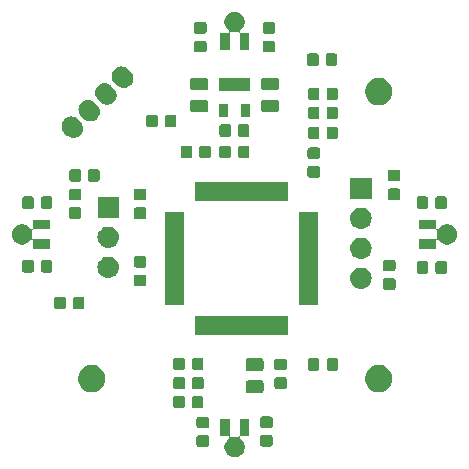
<source format=gts>
G04 #@! TF.GenerationSoftware,KiCad,Pcbnew,(5.1.2)-1*
G04 #@! TF.CreationDate,2021-01-06T23:16:40+09:00*
G04 #@! TF.ProjectId,ssl,73736c2e-6b69-4636-9164-5f7063625858,v1.3*
G04 #@! TF.SameCoordinates,Original*
G04 #@! TF.FileFunction,Soldermask,Top*
G04 #@! TF.FilePolarity,Negative*
%FSLAX46Y46*%
G04 Gerber Fmt 4.6, Leading zero omitted, Abs format (unit mm)*
G04 Created by KiCad (PCBNEW (5.1.2)-1) date 2021-01-06 23:16:40*
%MOMM*%
%LPD*%
G04 APERTURE LIST*
%ADD10C,0.100000*%
G04 APERTURE END LIST*
D10*
G36*
X99576000Y-117053906D02*
G01*
X99578402Y-117078292D01*
X99585515Y-117101741D01*
X99597066Y-117123352D01*
X99612611Y-117142294D01*
X99631553Y-117157839D01*
X99653164Y-117169390D01*
X99676613Y-117176503D01*
X99700999Y-117178905D01*
X99725385Y-117176503D01*
X99747375Y-117169832D01*
X99914951Y-117136500D01*
X100085049Y-117136500D01*
X100252625Y-117169832D01*
X100274615Y-117176503D01*
X100299001Y-117178905D01*
X100323387Y-117176503D01*
X100346836Y-117169390D01*
X100368447Y-117157839D01*
X100387389Y-117142294D01*
X100402934Y-117123352D01*
X100414485Y-117101741D01*
X100421598Y-117078292D01*
X100424000Y-117053906D01*
X100424000Y-115614000D01*
X101251000Y-115614000D01*
X101251000Y-117060000D01*
X100559516Y-117060000D01*
X100535130Y-117062402D01*
X100511681Y-117069515D01*
X100490070Y-117081066D01*
X100471128Y-117096611D01*
X100455583Y-117115553D01*
X100444032Y-117137164D01*
X100436919Y-117160613D01*
X100434517Y-117184999D01*
X100436919Y-117209385D01*
X100444032Y-117232834D01*
X100455583Y-117254445D01*
X100471128Y-117273387D01*
X100490070Y-117288931D01*
X100550444Y-117329272D01*
X100550446Y-117329274D01*
X100550449Y-117329276D01*
X100670724Y-117449551D01*
X100670725Y-117449553D01*
X100765225Y-117590981D01*
X100830317Y-117748126D01*
X100863500Y-117914951D01*
X100863500Y-118085049D01*
X100830317Y-118251874D01*
X100765225Y-118409019D01*
X100765224Y-118409021D01*
X100670724Y-118550449D01*
X100550449Y-118670724D01*
X100409021Y-118765224D01*
X100409020Y-118765225D01*
X100409019Y-118765225D01*
X100251874Y-118830317D01*
X100085049Y-118863500D01*
X99914951Y-118863500D01*
X99748126Y-118830317D01*
X99590981Y-118765225D01*
X99590980Y-118765225D01*
X99590979Y-118765224D01*
X99449551Y-118670724D01*
X99329276Y-118550449D01*
X99234776Y-118409021D01*
X99234775Y-118409019D01*
X99169683Y-118251874D01*
X99136500Y-118085049D01*
X99136500Y-117914951D01*
X99169683Y-117748126D01*
X99234775Y-117590981D01*
X99329275Y-117449553D01*
X99329276Y-117449551D01*
X99449551Y-117329276D01*
X99449554Y-117329274D01*
X99449556Y-117329272D01*
X99509930Y-117288931D01*
X99528872Y-117273386D01*
X99544417Y-117254444D01*
X99555968Y-117232833D01*
X99563081Y-117209384D01*
X99565483Y-117184998D01*
X99563081Y-117160612D01*
X99555968Y-117137163D01*
X99544416Y-117115553D01*
X99528871Y-117096611D01*
X99509929Y-117081066D01*
X99488318Y-117069515D01*
X99464869Y-117062402D01*
X99440484Y-117060000D01*
X98749000Y-117060000D01*
X98749000Y-115614000D01*
X99576000Y-115614000D01*
X99576000Y-117053906D01*
X99576000Y-117053906D01*
G37*
G36*
X97679591Y-117003085D02*
G01*
X97713569Y-117013393D01*
X97744890Y-117030134D01*
X97772339Y-117052661D01*
X97794866Y-117080110D01*
X97811607Y-117111431D01*
X97821915Y-117145409D01*
X97826000Y-117186890D01*
X97826000Y-117788110D01*
X97821915Y-117829591D01*
X97811607Y-117863569D01*
X97794866Y-117894890D01*
X97772339Y-117922339D01*
X97744890Y-117944866D01*
X97713569Y-117961607D01*
X97679591Y-117971915D01*
X97638110Y-117976000D01*
X96961890Y-117976000D01*
X96920409Y-117971915D01*
X96886431Y-117961607D01*
X96855110Y-117944866D01*
X96827661Y-117922339D01*
X96805134Y-117894890D01*
X96788393Y-117863569D01*
X96778085Y-117829591D01*
X96774000Y-117788110D01*
X96774000Y-117186890D01*
X96778085Y-117145409D01*
X96788393Y-117111431D01*
X96805134Y-117080110D01*
X96827661Y-117052661D01*
X96855110Y-117030134D01*
X96886431Y-117013393D01*
X96920409Y-117003085D01*
X96961890Y-116999000D01*
X97638110Y-116999000D01*
X97679591Y-117003085D01*
X97679591Y-117003085D01*
G37*
G36*
X103079591Y-116991085D02*
G01*
X103113569Y-117001393D01*
X103144890Y-117018134D01*
X103172339Y-117040661D01*
X103194866Y-117068110D01*
X103211607Y-117099431D01*
X103221915Y-117133409D01*
X103226000Y-117174890D01*
X103226000Y-117776110D01*
X103221915Y-117817591D01*
X103211607Y-117851569D01*
X103194866Y-117882890D01*
X103172339Y-117910339D01*
X103144890Y-117932866D01*
X103113569Y-117949607D01*
X103079591Y-117959915D01*
X103038110Y-117964000D01*
X102361890Y-117964000D01*
X102320409Y-117959915D01*
X102286431Y-117949607D01*
X102255110Y-117932866D01*
X102227661Y-117910339D01*
X102205134Y-117882890D01*
X102188393Y-117851569D01*
X102178085Y-117817591D01*
X102174000Y-117776110D01*
X102174000Y-117174890D01*
X102178085Y-117133409D01*
X102188393Y-117099431D01*
X102205134Y-117068110D01*
X102227661Y-117040661D01*
X102255110Y-117018134D01*
X102286431Y-117001393D01*
X102320409Y-116991085D01*
X102361890Y-116987000D01*
X103038110Y-116987000D01*
X103079591Y-116991085D01*
X103079591Y-116991085D01*
G37*
G36*
X97679591Y-115428085D02*
G01*
X97713569Y-115438393D01*
X97744890Y-115455134D01*
X97772339Y-115477661D01*
X97794866Y-115505110D01*
X97811607Y-115536431D01*
X97821915Y-115570409D01*
X97826000Y-115611890D01*
X97826000Y-116213110D01*
X97821915Y-116254591D01*
X97811607Y-116288569D01*
X97794866Y-116319890D01*
X97772339Y-116347339D01*
X97744890Y-116369866D01*
X97713569Y-116386607D01*
X97679591Y-116396915D01*
X97638110Y-116401000D01*
X96961890Y-116401000D01*
X96920409Y-116396915D01*
X96886431Y-116386607D01*
X96855110Y-116369866D01*
X96827661Y-116347339D01*
X96805134Y-116319890D01*
X96788393Y-116288569D01*
X96778085Y-116254591D01*
X96774000Y-116213110D01*
X96774000Y-115611890D01*
X96778085Y-115570409D01*
X96788393Y-115536431D01*
X96805134Y-115505110D01*
X96827661Y-115477661D01*
X96855110Y-115455134D01*
X96886431Y-115438393D01*
X96920409Y-115428085D01*
X96961890Y-115424000D01*
X97638110Y-115424000D01*
X97679591Y-115428085D01*
X97679591Y-115428085D01*
G37*
G36*
X103079591Y-115416085D02*
G01*
X103113569Y-115426393D01*
X103144890Y-115443134D01*
X103172339Y-115465661D01*
X103194866Y-115493110D01*
X103211607Y-115524431D01*
X103221915Y-115558409D01*
X103226000Y-115599890D01*
X103226000Y-116201110D01*
X103221915Y-116242591D01*
X103211607Y-116276569D01*
X103194866Y-116307890D01*
X103172339Y-116335339D01*
X103144890Y-116357866D01*
X103113569Y-116374607D01*
X103079591Y-116384915D01*
X103038110Y-116389000D01*
X102361890Y-116389000D01*
X102320409Y-116384915D01*
X102286431Y-116374607D01*
X102255110Y-116357866D01*
X102227661Y-116335339D01*
X102205134Y-116307890D01*
X102188393Y-116276569D01*
X102178085Y-116242591D01*
X102174000Y-116201110D01*
X102174000Y-115599890D01*
X102178085Y-115558409D01*
X102188393Y-115524431D01*
X102205134Y-115493110D01*
X102227661Y-115465661D01*
X102255110Y-115443134D01*
X102286431Y-115426393D01*
X102320409Y-115416085D01*
X102361890Y-115412000D01*
X103038110Y-115412000D01*
X103079591Y-115416085D01*
X103079591Y-115416085D01*
G37*
G36*
X95642091Y-113678085D02*
G01*
X95676069Y-113688393D01*
X95707390Y-113705134D01*
X95734839Y-113727661D01*
X95757366Y-113755110D01*
X95774107Y-113786431D01*
X95784415Y-113820409D01*
X95788500Y-113861890D01*
X95788500Y-114538110D01*
X95784415Y-114579591D01*
X95774107Y-114613569D01*
X95757366Y-114644890D01*
X95734839Y-114672339D01*
X95707390Y-114694866D01*
X95676069Y-114711607D01*
X95642091Y-114721915D01*
X95600610Y-114726000D01*
X94999390Y-114726000D01*
X94957909Y-114721915D01*
X94923931Y-114711607D01*
X94892610Y-114694866D01*
X94865161Y-114672339D01*
X94842634Y-114644890D01*
X94825893Y-114613569D01*
X94815585Y-114579591D01*
X94811500Y-114538110D01*
X94811500Y-113861890D01*
X94815585Y-113820409D01*
X94825893Y-113786431D01*
X94842634Y-113755110D01*
X94865161Y-113727661D01*
X94892610Y-113705134D01*
X94923931Y-113688393D01*
X94957909Y-113678085D01*
X94999390Y-113674000D01*
X95600610Y-113674000D01*
X95642091Y-113678085D01*
X95642091Y-113678085D01*
G37*
G36*
X97217091Y-113678085D02*
G01*
X97251069Y-113688393D01*
X97282390Y-113705134D01*
X97309839Y-113727661D01*
X97332366Y-113755110D01*
X97349107Y-113786431D01*
X97359415Y-113820409D01*
X97363500Y-113861890D01*
X97363500Y-114538110D01*
X97359415Y-114579591D01*
X97349107Y-114613569D01*
X97332366Y-114644890D01*
X97309839Y-114672339D01*
X97282390Y-114694866D01*
X97251069Y-114711607D01*
X97217091Y-114721915D01*
X97175610Y-114726000D01*
X96574390Y-114726000D01*
X96532909Y-114721915D01*
X96498931Y-114711607D01*
X96467610Y-114694866D01*
X96440161Y-114672339D01*
X96417634Y-114644890D01*
X96400893Y-114613569D01*
X96390585Y-114579591D01*
X96386500Y-114538110D01*
X96386500Y-113861890D01*
X96390585Y-113820409D01*
X96400893Y-113786431D01*
X96417634Y-113755110D01*
X96440161Y-113727661D01*
X96467610Y-113705134D01*
X96498931Y-113688393D01*
X96532909Y-113678085D01*
X96574390Y-113674000D01*
X97175610Y-113674000D01*
X97217091Y-113678085D01*
X97217091Y-113678085D01*
G37*
G36*
X102284468Y-112365565D02*
G01*
X102323138Y-112377296D01*
X102358777Y-112396346D01*
X102390017Y-112421983D01*
X102415654Y-112453223D01*
X102434704Y-112488862D01*
X102446435Y-112527532D01*
X102451000Y-112573888D01*
X102451000Y-113225112D01*
X102446435Y-113271468D01*
X102434704Y-113310138D01*
X102415654Y-113345777D01*
X102390017Y-113377017D01*
X102358777Y-113402654D01*
X102323138Y-113421704D01*
X102284468Y-113433435D01*
X102238112Y-113438000D01*
X101161888Y-113438000D01*
X101115532Y-113433435D01*
X101076862Y-113421704D01*
X101041223Y-113402654D01*
X101009983Y-113377017D01*
X100984346Y-113345777D01*
X100965296Y-113310138D01*
X100953565Y-113271468D01*
X100949000Y-113225112D01*
X100949000Y-112573888D01*
X100953565Y-112527532D01*
X100965296Y-112488862D01*
X100984346Y-112453223D01*
X101009983Y-112421983D01*
X101041223Y-112396346D01*
X101076862Y-112377296D01*
X101115532Y-112365565D01*
X101161888Y-112361000D01*
X102238112Y-112361000D01*
X102284468Y-112365565D01*
X102284468Y-112365565D01*
G37*
G36*
X112424549Y-111071116D02*
G01*
X112535734Y-111093232D01*
X112745203Y-111179997D01*
X112933720Y-111305960D01*
X113094040Y-111466280D01*
X113158666Y-111563000D01*
X113220004Y-111654799D01*
X113306768Y-111864267D01*
X113351000Y-112086635D01*
X113351000Y-112313365D01*
X113338283Y-112377296D01*
X113306768Y-112535734D01*
X113220003Y-112745203D01*
X113094040Y-112933720D01*
X112933720Y-113094040D01*
X112745203Y-113220003D01*
X112535734Y-113306768D01*
X112424549Y-113328884D01*
X112313365Y-113351000D01*
X112086635Y-113351000D01*
X111975451Y-113328884D01*
X111864266Y-113306768D01*
X111654797Y-113220003D01*
X111466280Y-113094040D01*
X111305960Y-112933720D01*
X111179997Y-112745203D01*
X111093232Y-112535734D01*
X111061717Y-112377296D01*
X111049000Y-112313365D01*
X111049000Y-112086635D01*
X111093232Y-111864267D01*
X111179996Y-111654799D01*
X111241334Y-111563000D01*
X111305960Y-111466280D01*
X111466280Y-111305960D01*
X111654797Y-111179997D01*
X111864266Y-111093232D01*
X111975451Y-111071116D01*
X112086635Y-111049000D01*
X112313365Y-111049000D01*
X112424549Y-111071116D01*
X112424549Y-111071116D01*
G37*
G36*
X88124549Y-111071116D02*
G01*
X88235734Y-111093232D01*
X88445203Y-111179997D01*
X88633720Y-111305960D01*
X88794040Y-111466280D01*
X88858666Y-111563000D01*
X88920004Y-111654799D01*
X89006768Y-111864267D01*
X89051000Y-112086635D01*
X89051000Y-112313365D01*
X89038283Y-112377296D01*
X89006768Y-112535734D01*
X88920003Y-112745203D01*
X88794040Y-112933720D01*
X88633720Y-113094040D01*
X88445203Y-113220003D01*
X88235734Y-113306768D01*
X88124549Y-113328884D01*
X88013365Y-113351000D01*
X87786635Y-113351000D01*
X87675451Y-113328884D01*
X87564266Y-113306768D01*
X87354797Y-113220003D01*
X87166280Y-113094040D01*
X87005960Y-112933720D01*
X86879997Y-112745203D01*
X86793232Y-112535734D01*
X86761717Y-112377296D01*
X86749000Y-112313365D01*
X86749000Y-112086635D01*
X86793232Y-111864267D01*
X86879996Y-111654799D01*
X86941334Y-111563000D01*
X87005960Y-111466280D01*
X87166280Y-111305960D01*
X87354797Y-111179997D01*
X87564266Y-111093232D01*
X87675451Y-111071116D01*
X87786635Y-111049000D01*
X88013365Y-111049000D01*
X88124549Y-111071116D01*
X88124549Y-111071116D01*
G37*
G36*
X95654591Y-112078085D02*
G01*
X95688569Y-112088393D01*
X95719890Y-112105134D01*
X95747339Y-112127661D01*
X95769866Y-112155110D01*
X95786607Y-112186431D01*
X95796915Y-112220409D01*
X95801000Y-112261890D01*
X95801000Y-112938110D01*
X95796915Y-112979591D01*
X95786607Y-113013569D01*
X95769866Y-113044890D01*
X95747339Y-113072339D01*
X95719890Y-113094866D01*
X95688569Y-113111607D01*
X95654591Y-113121915D01*
X95613110Y-113126000D01*
X95011890Y-113126000D01*
X94970409Y-113121915D01*
X94936431Y-113111607D01*
X94905110Y-113094866D01*
X94877661Y-113072339D01*
X94855134Y-113044890D01*
X94838393Y-113013569D01*
X94828085Y-112979591D01*
X94824000Y-112938110D01*
X94824000Y-112261890D01*
X94828085Y-112220409D01*
X94838393Y-112186431D01*
X94855134Y-112155110D01*
X94877661Y-112127661D01*
X94905110Y-112105134D01*
X94936431Y-112088393D01*
X94970409Y-112078085D01*
X95011890Y-112074000D01*
X95613110Y-112074000D01*
X95654591Y-112078085D01*
X95654591Y-112078085D01*
G37*
G36*
X97229591Y-112078085D02*
G01*
X97263569Y-112088393D01*
X97294890Y-112105134D01*
X97322339Y-112127661D01*
X97344866Y-112155110D01*
X97361607Y-112186431D01*
X97371915Y-112220409D01*
X97376000Y-112261890D01*
X97376000Y-112938110D01*
X97371915Y-112979591D01*
X97361607Y-113013569D01*
X97344866Y-113044890D01*
X97322339Y-113072339D01*
X97294890Y-113094866D01*
X97263569Y-113111607D01*
X97229591Y-113121915D01*
X97188110Y-113126000D01*
X96586890Y-113126000D01*
X96545409Y-113121915D01*
X96511431Y-113111607D01*
X96480110Y-113094866D01*
X96452661Y-113072339D01*
X96430134Y-113044890D01*
X96413393Y-113013569D01*
X96403085Y-112979591D01*
X96399000Y-112938110D01*
X96399000Y-112261890D01*
X96403085Y-112220409D01*
X96413393Y-112186431D01*
X96430134Y-112155110D01*
X96452661Y-112127661D01*
X96480110Y-112105134D01*
X96511431Y-112088393D01*
X96545409Y-112078085D01*
X96586890Y-112074000D01*
X97188110Y-112074000D01*
X97229591Y-112078085D01*
X97229591Y-112078085D01*
G37*
G36*
X104279591Y-112091085D02*
G01*
X104313569Y-112101393D01*
X104344890Y-112118134D01*
X104372339Y-112140661D01*
X104394866Y-112168110D01*
X104411607Y-112199431D01*
X104421915Y-112233409D01*
X104426000Y-112274890D01*
X104426000Y-112876110D01*
X104421915Y-112917591D01*
X104411607Y-112951569D01*
X104394866Y-112982890D01*
X104372339Y-113010339D01*
X104344890Y-113032866D01*
X104313569Y-113049607D01*
X104279591Y-113059915D01*
X104238110Y-113064000D01*
X103561890Y-113064000D01*
X103520409Y-113059915D01*
X103486431Y-113049607D01*
X103455110Y-113032866D01*
X103427661Y-113010339D01*
X103405134Y-112982890D01*
X103388393Y-112951569D01*
X103378085Y-112917591D01*
X103374000Y-112876110D01*
X103374000Y-112274890D01*
X103378085Y-112233409D01*
X103388393Y-112199431D01*
X103405134Y-112168110D01*
X103427661Y-112140661D01*
X103455110Y-112118134D01*
X103486431Y-112101393D01*
X103520409Y-112091085D01*
X103561890Y-112087000D01*
X104238110Y-112087000D01*
X104279591Y-112091085D01*
X104279591Y-112091085D01*
G37*
G36*
X102284468Y-110490565D02*
G01*
X102323138Y-110502296D01*
X102358777Y-110521346D01*
X102390017Y-110546983D01*
X102415654Y-110578223D01*
X102434704Y-110613862D01*
X102446435Y-110652532D01*
X102451000Y-110698888D01*
X102451000Y-111350112D01*
X102446435Y-111396468D01*
X102434704Y-111435138D01*
X102415654Y-111470777D01*
X102390017Y-111502017D01*
X102358777Y-111527654D01*
X102323138Y-111546704D01*
X102284468Y-111558435D01*
X102238112Y-111563000D01*
X101161888Y-111563000D01*
X101115532Y-111558435D01*
X101076862Y-111546704D01*
X101041223Y-111527654D01*
X101009983Y-111502017D01*
X100984346Y-111470777D01*
X100965296Y-111435138D01*
X100953565Y-111396468D01*
X100949000Y-111350112D01*
X100949000Y-110698888D01*
X100953565Y-110652532D01*
X100965296Y-110613862D01*
X100984346Y-110578223D01*
X101009983Y-110546983D01*
X101041223Y-110521346D01*
X101076862Y-110502296D01*
X101115532Y-110490565D01*
X101161888Y-110486000D01*
X102238112Y-110486000D01*
X102284468Y-110490565D01*
X102284468Y-110490565D01*
G37*
G36*
X108617591Y-110478085D02*
G01*
X108651569Y-110488393D01*
X108682890Y-110505134D01*
X108710339Y-110527661D01*
X108732866Y-110555110D01*
X108749607Y-110586431D01*
X108759915Y-110620409D01*
X108764000Y-110661890D01*
X108764000Y-111338110D01*
X108759915Y-111379591D01*
X108749607Y-111413569D01*
X108732866Y-111444890D01*
X108710339Y-111472339D01*
X108682890Y-111494866D01*
X108651569Y-111511607D01*
X108617591Y-111521915D01*
X108576110Y-111526000D01*
X107974890Y-111526000D01*
X107933409Y-111521915D01*
X107899431Y-111511607D01*
X107868110Y-111494866D01*
X107840661Y-111472339D01*
X107818134Y-111444890D01*
X107801393Y-111413569D01*
X107791085Y-111379591D01*
X107787000Y-111338110D01*
X107787000Y-110661890D01*
X107791085Y-110620409D01*
X107801393Y-110586431D01*
X107818134Y-110555110D01*
X107840661Y-110527661D01*
X107868110Y-110505134D01*
X107899431Y-110488393D01*
X107933409Y-110478085D01*
X107974890Y-110474000D01*
X108576110Y-110474000D01*
X108617591Y-110478085D01*
X108617591Y-110478085D01*
G37*
G36*
X107042591Y-110478085D02*
G01*
X107076569Y-110488393D01*
X107107890Y-110505134D01*
X107135339Y-110527661D01*
X107157866Y-110555110D01*
X107174607Y-110586431D01*
X107184915Y-110620409D01*
X107189000Y-110661890D01*
X107189000Y-111338110D01*
X107184915Y-111379591D01*
X107174607Y-111413569D01*
X107157866Y-111444890D01*
X107135339Y-111472339D01*
X107107890Y-111494866D01*
X107076569Y-111511607D01*
X107042591Y-111521915D01*
X107001110Y-111526000D01*
X106399890Y-111526000D01*
X106358409Y-111521915D01*
X106324431Y-111511607D01*
X106293110Y-111494866D01*
X106265661Y-111472339D01*
X106243134Y-111444890D01*
X106226393Y-111413569D01*
X106216085Y-111379591D01*
X106212000Y-111338110D01*
X106212000Y-110661890D01*
X106216085Y-110620409D01*
X106226393Y-110586431D01*
X106243134Y-110555110D01*
X106265661Y-110527661D01*
X106293110Y-110505134D01*
X106324431Y-110488393D01*
X106358409Y-110478085D01*
X106399890Y-110474000D01*
X107001110Y-110474000D01*
X107042591Y-110478085D01*
X107042591Y-110478085D01*
G37*
G36*
X104279591Y-110516085D02*
G01*
X104313569Y-110526393D01*
X104344890Y-110543134D01*
X104372339Y-110565661D01*
X104394866Y-110593110D01*
X104411607Y-110624431D01*
X104421915Y-110658409D01*
X104426000Y-110699890D01*
X104426000Y-111301110D01*
X104421915Y-111342591D01*
X104411607Y-111376569D01*
X104394866Y-111407890D01*
X104372339Y-111435339D01*
X104344890Y-111457866D01*
X104313569Y-111474607D01*
X104279591Y-111484915D01*
X104238110Y-111489000D01*
X103561890Y-111489000D01*
X103520409Y-111484915D01*
X103486431Y-111474607D01*
X103455110Y-111457866D01*
X103427661Y-111435339D01*
X103405134Y-111407890D01*
X103388393Y-111376569D01*
X103378085Y-111342591D01*
X103374000Y-111301110D01*
X103374000Y-110699890D01*
X103378085Y-110658409D01*
X103388393Y-110624431D01*
X103405134Y-110593110D01*
X103427661Y-110565661D01*
X103455110Y-110543134D01*
X103486431Y-110526393D01*
X103520409Y-110516085D01*
X103561890Y-110512000D01*
X104238110Y-110512000D01*
X104279591Y-110516085D01*
X104279591Y-110516085D01*
G37*
G36*
X97217091Y-110428085D02*
G01*
X97251069Y-110438393D01*
X97282390Y-110455134D01*
X97309839Y-110477661D01*
X97332366Y-110505110D01*
X97349107Y-110536431D01*
X97359415Y-110570409D01*
X97363500Y-110611890D01*
X97363500Y-111288110D01*
X97359415Y-111329591D01*
X97349107Y-111363569D01*
X97332366Y-111394890D01*
X97309839Y-111422339D01*
X97282390Y-111444866D01*
X97251069Y-111461607D01*
X97217091Y-111471915D01*
X97175610Y-111476000D01*
X96574390Y-111476000D01*
X96532909Y-111471915D01*
X96498931Y-111461607D01*
X96467610Y-111444866D01*
X96440161Y-111422339D01*
X96417634Y-111394890D01*
X96400893Y-111363569D01*
X96390585Y-111329591D01*
X96386500Y-111288110D01*
X96386500Y-110611890D01*
X96390585Y-110570409D01*
X96400893Y-110536431D01*
X96417634Y-110505110D01*
X96440161Y-110477661D01*
X96467610Y-110455134D01*
X96498931Y-110438393D01*
X96532909Y-110428085D01*
X96574390Y-110424000D01*
X97175610Y-110424000D01*
X97217091Y-110428085D01*
X97217091Y-110428085D01*
G37*
G36*
X95642091Y-110428085D02*
G01*
X95676069Y-110438393D01*
X95707390Y-110455134D01*
X95734839Y-110477661D01*
X95757366Y-110505110D01*
X95774107Y-110536431D01*
X95784415Y-110570409D01*
X95788500Y-110611890D01*
X95788500Y-111288110D01*
X95784415Y-111329591D01*
X95774107Y-111363569D01*
X95757366Y-111394890D01*
X95734839Y-111422339D01*
X95707390Y-111444866D01*
X95676069Y-111461607D01*
X95642091Y-111471915D01*
X95600610Y-111476000D01*
X94999390Y-111476000D01*
X94957909Y-111471915D01*
X94923931Y-111461607D01*
X94892610Y-111444866D01*
X94865161Y-111422339D01*
X94842634Y-111394890D01*
X94825893Y-111363569D01*
X94815585Y-111329591D01*
X94811500Y-111288110D01*
X94811500Y-110611890D01*
X94815585Y-110570409D01*
X94825893Y-110536431D01*
X94842634Y-110505110D01*
X94865161Y-110477661D01*
X94892610Y-110455134D01*
X94923931Y-110438393D01*
X94957909Y-110428085D01*
X94999390Y-110424000D01*
X95600610Y-110424000D01*
X95642091Y-110428085D01*
X95642091Y-110428085D01*
G37*
G36*
X97020295Y-106900323D02*
G01*
X97027309Y-106902451D01*
X97041077Y-106909810D01*
X97063716Y-106919187D01*
X97087749Y-106923967D01*
X97112253Y-106923967D01*
X97136286Y-106919186D01*
X97158923Y-106909810D01*
X97172691Y-106902451D01*
X97179705Y-106900323D01*
X97193140Y-106899000D01*
X97506860Y-106899000D01*
X97520295Y-106900323D01*
X97527309Y-106902451D01*
X97541077Y-106909810D01*
X97563716Y-106919187D01*
X97587749Y-106923967D01*
X97612253Y-106923967D01*
X97636286Y-106919186D01*
X97658923Y-106909810D01*
X97672691Y-106902451D01*
X97679705Y-106900323D01*
X97693140Y-106899000D01*
X98006860Y-106899000D01*
X98020295Y-106900323D01*
X98027309Y-106902451D01*
X98041077Y-106909810D01*
X98063716Y-106919187D01*
X98087749Y-106923967D01*
X98112253Y-106923967D01*
X98136286Y-106919186D01*
X98158923Y-106909810D01*
X98172691Y-106902451D01*
X98179705Y-106900323D01*
X98193140Y-106899000D01*
X98506860Y-106899000D01*
X98520295Y-106900323D01*
X98527309Y-106902451D01*
X98541077Y-106909810D01*
X98563716Y-106919187D01*
X98587749Y-106923967D01*
X98612253Y-106923967D01*
X98636286Y-106919186D01*
X98658923Y-106909810D01*
X98672691Y-106902451D01*
X98679705Y-106900323D01*
X98693140Y-106899000D01*
X99006860Y-106899000D01*
X99020295Y-106900323D01*
X99027309Y-106902451D01*
X99041077Y-106909810D01*
X99063716Y-106919187D01*
X99087749Y-106923967D01*
X99112253Y-106923967D01*
X99136286Y-106919186D01*
X99158923Y-106909810D01*
X99172691Y-106902451D01*
X99179705Y-106900323D01*
X99193140Y-106899000D01*
X99506860Y-106899000D01*
X99520295Y-106900323D01*
X99527309Y-106902451D01*
X99541077Y-106909810D01*
X99563716Y-106919187D01*
X99587749Y-106923967D01*
X99612253Y-106923967D01*
X99636286Y-106919186D01*
X99658923Y-106909810D01*
X99672691Y-106902451D01*
X99679705Y-106900323D01*
X99693140Y-106899000D01*
X100006860Y-106899000D01*
X100020295Y-106900323D01*
X100027309Y-106902451D01*
X100041077Y-106909810D01*
X100063716Y-106919187D01*
X100087749Y-106923967D01*
X100112253Y-106923967D01*
X100136286Y-106919186D01*
X100158923Y-106909810D01*
X100172691Y-106902451D01*
X100179705Y-106900323D01*
X100193140Y-106899000D01*
X100506860Y-106899000D01*
X100520295Y-106900323D01*
X100527309Y-106902451D01*
X100541077Y-106909810D01*
X100563716Y-106919187D01*
X100587749Y-106923967D01*
X100612253Y-106923967D01*
X100636286Y-106919186D01*
X100658923Y-106909810D01*
X100672691Y-106902451D01*
X100679705Y-106900323D01*
X100693140Y-106899000D01*
X101006860Y-106899000D01*
X101020295Y-106900323D01*
X101027309Y-106902451D01*
X101041077Y-106909810D01*
X101063716Y-106919187D01*
X101087749Y-106923967D01*
X101112253Y-106923967D01*
X101136286Y-106919186D01*
X101158923Y-106909810D01*
X101172691Y-106902451D01*
X101179705Y-106900323D01*
X101193140Y-106899000D01*
X101506860Y-106899000D01*
X101520295Y-106900323D01*
X101527309Y-106902451D01*
X101541077Y-106909810D01*
X101563716Y-106919187D01*
X101587749Y-106923967D01*
X101612253Y-106923967D01*
X101636286Y-106919186D01*
X101658923Y-106909810D01*
X101672691Y-106902451D01*
X101679705Y-106900323D01*
X101693140Y-106899000D01*
X102006860Y-106899000D01*
X102020295Y-106900323D01*
X102027309Y-106902451D01*
X102041077Y-106909810D01*
X102063716Y-106919187D01*
X102087749Y-106923967D01*
X102112253Y-106923967D01*
X102136286Y-106919186D01*
X102158923Y-106909810D01*
X102172691Y-106902451D01*
X102179705Y-106900323D01*
X102193140Y-106899000D01*
X102506860Y-106899000D01*
X102520295Y-106900323D01*
X102527309Y-106902451D01*
X102541077Y-106909810D01*
X102563716Y-106919187D01*
X102587749Y-106923967D01*
X102612253Y-106923967D01*
X102636286Y-106919186D01*
X102658923Y-106909810D01*
X102672691Y-106902451D01*
X102679705Y-106900323D01*
X102693140Y-106899000D01*
X103006860Y-106899000D01*
X103020295Y-106900323D01*
X103027309Y-106902451D01*
X103041077Y-106909810D01*
X103063716Y-106919187D01*
X103087749Y-106923967D01*
X103112253Y-106923967D01*
X103136286Y-106919186D01*
X103158923Y-106909810D01*
X103172691Y-106902451D01*
X103179705Y-106900323D01*
X103193140Y-106899000D01*
X103506860Y-106899000D01*
X103520295Y-106900323D01*
X103527309Y-106902451D01*
X103541077Y-106909810D01*
X103563716Y-106919187D01*
X103587749Y-106923967D01*
X103612253Y-106923967D01*
X103636286Y-106919186D01*
X103658923Y-106909810D01*
X103672691Y-106902451D01*
X103679705Y-106900323D01*
X103693140Y-106899000D01*
X104006860Y-106899000D01*
X104020295Y-106900323D01*
X104027309Y-106902451D01*
X104041077Y-106909810D01*
X104063716Y-106919187D01*
X104087749Y-106923967D01*
X104112253Y-106923967D01*
X104136286Y-106919186D01*
X104158923Y-106909810D01*
X104172691Y-106902451D01*
X104179705Y-106900323D01*
X104193140Y-106899000D01*
X104506860Y-106899000D01*
X104520295Y-106900323D01*
X104527310Y-106902451D01*
X104533776Y-106905908D01*
X104539442Y-106910558D01*
X104544092Y-106916224D01*
X104547549Y-106922690D01*
X104549677Y-106929705D01*
X104551000Y-106943140D01*
X104551000Y-108506860D01*
X104549677Y-108520295D01*
X104547549Y-108527310D01*
X104544092Y-108533776D01*
X104539442Y-108539442D01*
X104533776Y-108544092D01*
X104527310Y-108547549D01*
X104520295Y-108549677D01*
X104506860Y-108551000D01*
X104193140Y-108551000D01*
X104179705Y-108549677D01*
X104172691Y-108547549D01*
X104158923Y-108540190D01*
X104136284Y-108530813D01*
X104112251Y-108526033D01*
X104087747Y-108526033D01*
X104063714Y-108530814D01*
X104041077Y-108540190D01*
X104027309Y-108547549D01*
X104020295Y-108549677D01*
X104006860Y-108551000D01*
X103693140Y-108551000D01*
X103679705Y-108549677D01*
X103672691Y-108547549D01*
X103658923Y-108540190D01*
X103636284Y-108530813D01*
X103612251Y-108526033D01*
X103587747Y-108526033D01*
X103563714Y-108530814D01*
X103541077Y-108540190D01*
X103527309Y-108547549D01*
X103520295Y-108549677D01*
X103506860Y-108551000D01*
X103193140Y-108551000D01*
X103179705Y-108549677D01*
X103172691Y-108547549D01*
X103158923Y-108540190D01*
X103136284Y-108530813D01*
X103112251Y-108526033D01*
X103087747Y-108526033D01*
X103063714Y-108530814D01*
X103041077Y-108540190D01*
X103027309Y-108547549D01*
X103020295Y-108549677D01*
X103006860Y-108551000D01*
X102693140Y-108551000D01*
X102679705Y-108549677D01*
X102672691Y-108547549D01*
X102658923Y-108540190D01*
X102636284Y-108530813D01*
X102612251Y-108526033D01*
X102587747Y-108526033D01*
X102563714Y-108530814D01*
X102541077Y-108540190D01*
X102527309Y-108547549D01*
X102520295Y-108549677D01*
X102506860Y-108551000D01*
X102193140Y-108551000D01*
X102179705Y-108549677D01*
X102172691Y-108547549D01*
X102158923Y-108540190D01*
X102136284Y-108530813D01*
X102112251Y-108526033D01*
X102087747Y-108526033D01*
X102063714Y-108530814D01*
X102041077Y-108540190D01*
X102027309Y-108547549D01*
X102020295Y-108549677D01*
X102006860Y-108551000D01*
X101693140Y-108551000D01*
X101679705Y-108549677D01*
X101672691Y-108547549D01*
X101658923Y-108540190D01*
X101636284Y-108530813D01*
X101612251Y-108526033D01*
X101587747Y-108526033D01*
X101563714Y-108530814D01*
X101541077Y-108540190D01*
X101527309Y-108547549D01*
X101520295Y-108549677D01*
X101506860Y-108551000D01*
X101193140Y-108551000D01*
X101179705Y-108549677D01*
X101172691Y-108547549D01*
X101158923Y-108540190D01*
X101136284Y-108530813D01*
X101112251Y-108526033D01*
X101087747Y-108526033D01*
X101063714Y-108530814D01*
X101041077Y-108540190D01*
X101027309Y-108547549D01*
X101020295Y-108549677D01*
X101006860Y-108551000D01*
X100693140Y-108551000D01*
X100679705Y-108549677D01*
X100672691Y-108547549D01*
X100658923Y-108540190D01*
X100636284Y-108530813D01*
X100612251Y-108526033D01*
X100587747Y-108526033D01*
X100563714Y-108530814D01*
X100541077Y-108540190D01*
X100527309Y-108547549D01*
X100520295Y-108549677D01*
X100506860Y-108551000D01*
X100193140Y-108551000D01*
X100179705Y-108549677D01*
X100172691Y-108547549D01*
X100158923Y-108540190D01*
X100136284Y-108530813D01*
X100112251Y-108526033D01*
X100087747Y-108526033D01*
X100063714Y-108530814D01*
X100041077Y-108540190D01*
X100027309Y-108547549D01*
X100020295Y-108549677D01*
X100006860Y-108551000D01*
X99693140Y-108551000D01*
X99679705Y-108549677D01*
X99672691Y-108547549D01*
X99658923Y-108540190D01*
X99636284Y-108530813D01*
X99612251Y-108526033D01*
X99587747Y-108526033D01*
X99563714Y-108530814D01*
X99541077Y-108540190D01*
X99527309Y-108547549D01*
X99520295Y-108549677D01*
X99506860Y-108551000D01*
X99193140Y-108551000D01*
X99179705Y-108549677D01*
X99172691Y-108547549D01*
X99158923Y-108540190D01*
X99136284Y-108530813D01*
X99112251Y-108526033D01*
X99087747Y-108526033D01*
X99063714Y-108530814D01*
X99041077Y-108540190D01*
X99027309Y-108547549D01*
X99020295Y-108549677D01*
X99006860Y-108551000D01*
X98693140Y-108551000D01*
X98679705Y-108549677D01*
X98672691Y-108547549D01*
X98658923Y-108540190D01*
X98636284Y-108530813D01*
X98612251Y-108526033D01*
X98587747Y-108526033D01*
X98563714Y-108530814D01*
X98541077Y-108540190D01*
X98527309Y-108547549D01*
X98520295Y-108549677D01*
X98506860Y-108551000D01*
X98193140Y-108551000D01*
X98179705Y-108549677D01*
X98172691Y-108547549D01*
X98158923Y-108540190D01*
X98136284Y-108530813D01*
X98112251Y-108526033D01*
X98087747Y-108526033D01*
X98063714Y-108530814D01*
X98041077Y-108540190D01*
X98027309Y-108547549D01*
X98020295Y-108549677D01*
X98006860Y-108551000D01*
X97693140Y-108551000D01*
X97679705Y-108549677D01*
X97672691Y-108547549D01*
X97658923Y-108540190D01*
X97636284Y-108530813D01*
X97612251Y-108526033D01*
X97587747Y-108526033D01*
X97563714Y-108530814D01*
X97541077Y-108540190D01*
X97527309Y-108547549D01*
X97520295Y-108549677D01*
X97506860Y-108551000D01*
X97193140Y-108551000D01*
X97179705Y-108549677D01*
X97172691Y-108547549D01*
X97158923Y-108540190D01*
X97136284Y-108530813D01*
X97112251Y-108526033D01*
X97087747Y-108526033D01*
X97063714Y-108530814D01*
X97041077Y-108540190D01*
X97027309Y-108547549D01*
X97020295Y-108549677D01*
X97006860Y-108551000D01*
X96693140Y-108551000D01*
X96679705Y-108549677D01*
X96672690Y-108547549D01*
X96666224Y-108544092D01*
X96660558Y-108539442D01*
X96655908Y-108533776D01*
X96652451Y-108527310D01*
X96650323Y-108520295D01*
X96649000Y-108506860D01*
X96649000Y-106943140D01*
X96650323Y-106929705D01*
X96652451Y-106922690D01*
X96655908Y-106916224D01*
X96660558Y-106910558D01*
X96666224Y-106905908D01*
X96672690Y-106902451D01*
X96679705Y-106900323D01*
X96693140Y-106899000D01*
X97006860Y-106899000D01*
X97020295Y-106900323D01*
X97020295Y-106900323D01*
G37*
G36*
X87142091Y-105278085D02*
G01*
X87176069Y-105288393D01*
X87207390Y-105305134D01*
X87234839Y-105327661D01*
X87257366Y-105355110D01*
X87274107Y-105386431D01*
X87284415Y-105420409D01*
X87288500Y-105461890D01*
X87288500Y-106138110D01*
X87284415Y-106179591D01*
X87274107Y-106213569D01*
X87257366Y-106244890D01*
X87234839Y-106272339D01*
X87207390Y-106294866D01*
X87176069Y-106311607D01*
X87142091Y-106321915D01*
X87100610Y-106326000D01*
X86499390Y-106326000D01*
X86457909Y-106321915D01*
X86423931Y-106311607D01*
X86392610Y-106294866D01*
X86365161Y-106272339D01*
X86342634Y-106244890D01*
X86325893Y-106213569D01*
X86315585Y-106179591D01*
X86311500Y-106138110D01*
X86311500Y-105461890D01*
X86315585Y-105420409D01*
X86325893Y-105386431D01*
X86342634Y-105355110D01*
X86365161Y-105327661D01*
X86392610Y-105305134D01*
X86423931Y-105288393D01*
X86457909Y-105278085D01*
X86499390Y-105274000D01*
X87100610Y-105274000D01*
X87142091Y-105278085D01*
X87142091Y-105278085D01*
G37*
G36*
X85567091Y-105278085D02*
G01*
X85601069Y-105288393D01*
X85632390Y-105305134D01*
X85659839Y-105327661D01*
X85682366Y-105355110D01*
X85699107Y-105386431D01*
X85709415Y-105420409D01*
X85713500Y-105461890D01*
X85713500Y-106138110D01*
X85709415Y-106179591D01*
X85699107Y-106213569D01*
X85682366Y-106244890D01*
X85659839Y-106272339D01*
X85632390Y-106294866D01*
X85601069Y-106311607D01*
X85567091Y-106321915D01*
X85525610Y-106326000D01*
X84924390Y-106326000D01*
X84882909Y-106321915D01*
X84848931Y-106311607D01*
X84817610Y-106294866D01*
X84790161Y-106272339D01*
X84767634Y-106244890D01*
X84750893Y-106213569D01*
X84740585Y-106179591D01*
X84736500Y-106138110D01*
X84736500Y-105461890D01*
X84740585Y-105420409D01*
X84750893Y-105386431D01*
X84767634Y-105355110D01*
X84790161Y-105327661D01*
X84817610Y-105305134D01*
X84848931Y-105288393D01*
X84882909Y-105278085D01*
X84924390Y-105274000D01*
X85525610Y-105274000D01*
X85567091Y-105278085D01*
X85567091Y-105278085D01*
G37*
G36*
X107070295Y-98100323D02*
G01*
X107077310Y-98102451D01*
X107083776Y-98105908D01*
X107089442Y-98110558D01*
X107094092Y-98116224D01*
X107097549Y-98122690D01*
X107099677Y-98129705D01*
X107101000Y-98143140D01*
X107101000Y-98456860D01*
X107099677Y-98470295D01*
X107097549Y-98477309D01*
X107090190Y-98491077D01*
X107080813Y-98513716D01*
X107076033Y-98537749D01*
X107076033Y-98562253D01*
X107080814Y-98586286D01*
X107090190Y-98608923D01*
X107097549Y-98622691D01*
X107099677Y-98629705D01*
X107101000Y-98643140D01*
X107101000Y-98956860D01*
X107099677Y-98970295D01*
X107097549Y-98977309D01*
X107090190Y-98991077D01*
X107080813Y-99013716D01*
X107076033Y-99037749D01*
X107076033Y-99062253D01*
X107080814Y-99086286D01*
X107090190Y-99108923D01*
X107097549Y-99122691D01*
X107099677Y-99129705D01*
X107101000Y-99143140D01*
X107101000Y-99456860D01*
X107099677Y-99470295D01*
X107097549Y-99477309D01*
X107090190Y-99491077D01*
X107080813Y-99513716D01*
X107076033Y-99537749D01*
X107076033Y-99562253D01*
X107080814Y-99586286D01*
X107090190Y-99608923D01*
X107097549Y-99622691D01*
X107099677Y-99629705D01*
X107101000Y-99643140D01*
X107101000Y-99956860D01*
X107099677Y-99970295D01*
X107097549Y-99977309D01*
X107090190Y-99991077D01*
X107080813Y-100013716D01*
X107076033Y-100037749D01*
X107076033Y-100062253D01*
X107080814Y-100086286D01*
X107090190Y-100108923D01*
X107097549Y-100122691D01*
X107099677Y-100129705D01*
X107101000Y-100143140D01*
X107101000Y-100456860D01*
X107099677Y-100470295D01*
X107097549Y-100477309D01*
X107090190Y-100491077D01*
X107080813Y-100513716D01*
X107076033Y-100537749D01*
X107076033Y-100562253D01*
X107080814Y-100586286D01*
X107090190Y-100608923D01*
X107097549Y-100622691D01*
X107099677Y-100629705D01*
X107101000Y-100643140D01*
X107101000Y-100956860D01*
X107099677Y-100970295D01*
X107097549Y-100977309D01*
X107090190Y-100991077D01*
X107080813Y-101013716D01*
X107076033Y-101037749D01*
X107076033Y-101062253D01*
X107080814Y-101086286D01*
X107090190Y-101108923D01*
X107097549Y-101122691D01*
X107099677Y-101129705D01*
X107101000Y-101143140D01*
X107101000Y-101456860D01*
X107099677Y-101470295D01*
X107097549Y-101477309D01*
X107090190Y-101491077D01*
X107080813Y-101513716D01*
X107076033Y-101537749D01*
X107076033Y-101562253D01*
X107080814Y-101586286D01*
X107090190Y-101608923D01*
X107097549Y-101622691D01*
X107099677Y-101629705D01*
X107101000Y-101643140D01*
X107101000Y-101956860D01*
X107099677Y-101970295D01*
X107097549Y-101977309D01*
X107090190Y-101991077D01*
X107080813Y-102013716D01*
X107076033Y-102037749D01*
X107076033Y-102062253D01*
X107080814Y-102086286D01*
X107090190Y-102108923D01*
X107097549Y-102122691D01*
X107099677Y-102129705D01*
X107101000Y-102143140D01*
X107101000Y-102456860D01*
X107099677Y-102470295D01*
X107097549Y-102477309D01*
X107090190Y-102491077D01*
X107080813Y-102513716D01*
X107076033Y-102537749D01*
X107076033Y-102562253D01*
X107080814Y-102586286D01*
X107090190Y-102608923D01*
X107097549Y-102622691D01*
X107099677Y-102629705D01*
X107101000Y-102643140D01*
X107101000Y-102956860D01*
X107099677Y-102970295D01*
X107097549Y-102977309D01*
X107090190Y-102991077D01*
X107080813Y-103013716D01*
X107076033Y-103037749D01*
X107076033Y-103062253D01*
X107080814Y-103086286D01*
X107090190Y-103108923D01*
X107097549Y-103122691D01*
X107099677Y-103129705D01*
X107101000Y-103143140D01*
X107101000Y-103456860D01*
X107099677Y-103470295D01*
X107097549Y-103477309D01*
X107090190Y-103491077D01*
X107080813Y-103513716D01*
X107076033Y-103537749D01*
X107076033Y-103562253D01*
X107080814Y-103586286D01*
X107090190Y-103608923D01*
X107097549Y-103622691D01*
X107099677Y-103629705D01*
X107101000Y-103643140D01*
X107101000Y-103956860D01*
X107099677Y-103970295D01*
X107097549Y-103977309D01*
X107090190Y-103991077D01*
X107080813Y-104013716D01*
X107076033Y-104037749D01*
X107076033Y-104062253D01*
X107080814Y-104086286D01*
X107090190Y-104108923D01*
X107097549Y-104122691D01*
X107099677Y-104129705D01*
X107101000Y-104143140D01*
X107101000Y-104456860D01*
X107099677Y-104470295D01*
X107097549Y-104477309D01*
X107090190Y-104491077D01*
X107080813Y-104513716D01*
X107076033Y-104537749D01*
X107076033Y-104562253D01*
X107080814Y-104586286D01*
X107090190Y-104608923D01*
X107097549Y-104622691D01*
X107099677Y-104629705D01*
X107101000Y-104643140D01*
X107101000Y-104956860D01*
X107099677Y-104970295D01*
X107097549Y-104977309D01*
X107090190Y-104991077D01*
X107080813Y-105013716D01*
X107076033Y-105037749D01*
X107076033Y-105062253D01*
X107080814Y-105086286D01*
X107090190Y-105108923D01*
X107097549Y-105122691D01*
X107099677Y-105129705D01*
X107101000Y-105143140D01*
X107101000Y-105456860D01*
X107099677Y-105470295D01*
X107097549Y-105477309D01*
X107090190Y-105491077D01*
X107080813Y-105513716D01*
X107076033Y-105537749D01*
X107076033Y-105562253D01*
X107080814Y-105586286D01*
X107090190Y-105608923D01*
X107097549Y-105622691D01*
X107099677Y-105629705D01*
X107101000Y-105643140D01*
X107101000Y-105956860D01*
X107099677Y-105970295D01*
X107097549Y-105977310D01*
X107094092Y-105983776D01*
X107089442Y-105989442D01*
X107083776Y-105994092D01*
X107077310Y-105997549D01*
X107070295Y-105999677D01*
X107056860Y-106001000D01*
X105493140Y-106001000D01*
X105479705Y-105999677D01*
X105472690Y-105997549D01*
X105466224Y-105994092D01*
X105460558Y-105989442D01*
X105455908Y-105983776D01*
X105452451Y-105977310D01*
X105450323Y-105970295D01*
X105449000Y-105956860D01*
X105449000Y-105643140D01*
X105450323Y-105629705D01*
X105452451Y-105622691D01*
X105459810Y-105608923D01*
X105469187Y-105586284D01*
X105473967Y-105562251D01*
X105473967Y-105537747D01*
X105469186Y-105513714D01*
X105459810Y-105491077D01*
X105452451Y-105477309D01*
X105450323Y-105470295D01*
X105449000Y-105456860D01*
X105449000Y-105143140D01*
X105450323Y-105129705D01*
X105452451Y-105122691D01*
X105459810Y-105108923D01*
X105469187Y-105086284D01*
X105473967Y-105062251D01*
X105473967Y-105037747D01*
X105469186Y-105013714D01*
X105459810Y-104991077D01*
X105452451Y-104977309D01*
X105450323Y-104970295D01*
X105449000Y-104956860D01*
X105449000Y-104643140D01*
X105450323Y-104629705D01*
X105452451Y-104622691D01*
X105459810Y-104608923D01*
X105469187Y-104586284D01*
X105473967Y-104562251D01*
X105473967Y-104537747D01*
X105469186Y-104513714D01*
X105459810Y-104491077D01*
X105452451Y-104477309D01*
X105450323Y-104470295D01*
X105449000Y-104456860D01*
X105449000Y-104143140D01*
X105450323Y-104129705D01*
X105452451Y-104122691D01*
X105459810Y-104108923D01*
X105469187Y-104086284D01*
X105473967Y-104062251D01*
X105473967Y-104037747D01*
X105469186Y-104013714D01*
X105459810Y-103991077D01*
X105452451Y-103977309D01*
X105450323Y-103970295D01*
X105449000Y-103956860D01*
X105449000Y-103643140D01*
X105450323Y-103629705D01*
X105452451Y-103622691D01*
X105459810Y-103608923D01*
X105469187Y-103586284D01*
X105473967Y-103562251D01*
X105473967Y-103537747D01*
X105469186Y-103513714D01*
X105459810Y-103491077D01*
X105452451Y-103477309D01*
X105450323Y-103470295D01*
X105449000Y-103456860D01*
X105449000Y-103143140D01*
X105450323Y-103129705D01*
X105452451Y-103122691D01*
X105459810Y-103108923D01*
X105469187Y-103086284D01*
X105473967Y-103062251D01*
X105473967Y-103037747D01*
X105469186Y-103013714D01*
X105459810Y-102991077D01*
X105452451Y-102977309D01*
X105450323Y-102970295D01*
X105449000Y-102956860D01*
X105449000Y-102643140D01*
X105450323Y-102629705D01*
X105452451Y-102622691D01*
X105459810Y-102608923D01*
X105469187Y-102586284D01*
X105473967Y-102562251D01*
X105473967Y-102537747D01*
X105469186Y-102513714D01*
X105459810Y-102491077D01*
X105452451Y-102477309D01*
X105450323Y-102470295D01*
X105449000Y-102456860D01*
X105449000Y-102143140D01*
X105450323Y-102129705D01*
X105452451Y-102122691D01*
X105459810Y-102108923D01*
X105469187Y-102086284D01*
X105473967Y-102062251D01*
X105473967Y-102037747D01*
X105469186Y-102013714D01*
X105459810Y-101991077D01*
X105452451Y-101977309D01*
X105450323Y-101970295D01*
X105449000Y-101956860D01*
X105449000Y-101643140D01*
X105450323Y-101629705D01*
X105452451Y-101622691D01*
X105459810Y-101608923D01*
X105469187Y-101586284D01*
X105473967Y-101562251D01*
X105473967Y-101537747D01*
X105469186Y-101513714D01*
X105459810Y-101491077D01*
X105452451Y-101477309D01*
X105450323Y-101470295D01*
X105449000Y-101456860D01*
X105449000Y-101143140D01*
X105450323Y-101129705D01*
X105452451Y-101122691D01*
X105459810Y-101108923D01*
X105469187Y-101086284D01*
X105473967Y-101062251D01*
X105473967Y-101037747D01*
X105469186Y-101013714D01*
X105459810Y-100991077D01*
X105452451Y-100977309D01*
X105450323Y-100970295D01*
X105449000Y-100956860D01*
X105449000Y-100643140D01*
X105450323Y-100629705D01*
X105452451Y-100622691D01*
X105459810Y-100608923D01*
X105469187Y-100586284D01*
X105473967Y-100562251D01*
X105473967Y-100537747D01*
X105469186Y-100513714D01*
X105459810Y-100491077D01*
X105452451Y-100477309D01*
X105450323Y-100470295D01*
X105449000Y-100456860D01*
X105449000Y-100143140D01*
X105450323Y-100129705D01*
X105452451Y-100122691D01*
X105459810Y-100108923D01*
X105469187Y-100086284D01*
X105473967Y-100062251D01*
X105473967Y-100037747D01*
X105469186Y-100013714D01*
X105459810Y-99991077D01*
X105452451Y-99977309D01*
X105450323Y-99970295D01*
X105449000Y-99956860D01*
X105449000Y-99643140D01*
X105450323Y-99629705D01*
X105452451Y-99622691D01*
X105459810Y-99608923D01*
X105469187Y-99586284D01*
X105473967Y-99562251D01*
X105473967Y-99537747D01*
X105469186Y-99513714D01*
X105459810Y-99491077D01*
X105452451Y-99477309D01*
X105450323Y-99470295D01*
X105449000Y-99456860D01*
X105449000Y-99143140D01*
X105450323Y-99129705D01*
X105452451Y-99122691D01*
X105459810Y-99108923D01*
X105469187Y-99086284D01*
X105473967Y-99062251D01*
X105473967Y-99037747D01*
X105469186Y-99013714D01*
X105459810Y-98991077D01*
X105452451Y-98977309D01*
X105450323Y-98970295D01*
X105449000Y-98956860D01*
X105449000Y-98643140D01*
X105450323Y-98629705D01*
X105452451Y-98622691D01*
X105459810Y-98608923D01*
X105469187Y-98586284D01*
X105473967Y-98562251D01*
X105473967Y-98537747D01*
X105469186Y-98513714D01*
X105459810Y-98491077D01*
X105452451Y-98477309D01*
X105450323Y-98470295D01*
X105449000Y-98456860D01*
X105449000Y-98143140D01*
X105450323Y-98129705D01*
X105452451Y-98122690D01*
X105455908Y-98116224D01*
X105460558Y-98110558D01*
X105466224Y-98105908D01*
X105472690Y-98102451D01*
X105479705Y-98100323D01*
X105493140Y-98099000D01*
X107056860Y-98099000D01*
X107070295Y-98100323D01*
X107070295Y-98100323D01*
G37*
G36*
X95720295Y-98100323D02*
G01*
X95727310Y-98102451D01*
X95733776Y-98105908D01*
X95739442Y-98110558D01*
X95744092Y-98116224D01*
X95747549Y-98122690D01*
X95749677Y-98129705D01*
X95751000Y-98143140D01*
X95751000Y-98456860D01*
X95749677Y-98470295D01*
X95747549Y-98477309D01*
X95740190Y-98491077D01*
X95730813Y-98513716D01*
X95726033Y-98537749D01*
X95726033Y-98562253D01*
X95730814Y-98586286D01*
X95740190Y-98608923D01*
X95747549Y-98622691D01*
X95749677Y-98629705D01*
X95751000Y-98643140D01*
X95751000Y-98956860D01*
X95749677Y-98970295D01*
X95747549Y-98977309D01*
X95740190Y-98991077D01*
X95730813Y-99013716D01*
X95726033Y-99037749D01*
X95726033Y-99062253D01*
X95730814Y-99086286D01*
X95740190Y-99108923D01*
X95747549Y-99122691D01*
X95749677Y-99129705D01*
X95751000Y-99143140D01*
X95751000Y-99456860D01*
X95749677Y-99470295D01*
X95747549Y-99477309D01*
X95740190Y-99491077D01*
X95730813Y-99513716D01*
X95726033Y-99537749D01*
X95726033Y-99562253D01*
X95730814Y-99586286D01*
X95740190Y-99608923D01*
X95747549Y-99622691D01*
X95749677Y-99629705D01*
X95751000Y-99643140D01*
X95751000Y-99956860D01*
X95749677Y-99970295D01*
X95747549Y-99977309D01*
X95740190Y-99991077D01*
X95730813Y-100013716D01*
X95726033Y-100037749D01*
X95726033Y-100062253D01*
X95730814Y-100086286D01*
X95740190Y-100108923D01*
X95747549Y-100122691D01*
X95749677Y-100129705D01*
X95751000Y-100143140D01*
X95751000Y-100456860D01*
X95749677Y-100470295D01*
X95747549Y-100477309D01*
X95740190Y-100491077D01*
X95730813Y-100513716D01*
X95726033Y-100537749D01*
X95726033Y-100562253D01*
X95730814Y-100586286D01*
X95740190Y-100608923D01*
X95747549Y-100622691D01*
X95749677Y-100629705D01*
X95751000Y-100643140D01*
X95751000Y-100956860D01*
X95749677Y-100970295D01*
X95747549Y-100977309D01*
X95740190Y-100991077D01*
X95730813Y-101013716D01*
X95726033Y-101037749D01*
X95726033Y-101062253D01*
X95730814Y-101086286D01*
X95740190Y-101108923D01*
X95747549Y-101122691D01*
X95749677Y-101129705D01*
X95751000Y-101143140D01*
X95751000Y-101456860D01*
X95749677Y-101470295D01*
X95747549Y-101477309D01*
X95740190Y-101491077D01*
X95730813Y-101513716D01*
X95726033Y-101537749D01*
X95726033Y-101562253D01*
X95730814Y-101586286D01*
X95740190Y-101608923D01*
X95747549Y-101622691D01*
X95749677Y-101629705D01*
X95751000Y-101643140D01*
X95751000Y-101956860D01*
X95749677Y-101970295D01*
X95747549Y-101977309D01*
X95740190Y-101991077D01*
X95730813Y-102013716D01*
X95726033Y-102037749D01*
X95726033Y-102062253D01*
X95730814Y-102086286D01*
X95740190Y-102108923D01*
X95747549Y-102122691D01*
X95749677Y-102129705D01*
X95751000Y-102143140D01*
X95751000Y-102456860D01*
X95749677Y-102470295D01*
X95747549Y-102477309D01*
X95740190Y-102491077D01*
X95730813Y-102513716D01*
X95726033Y-102537749D01*
X95726033Y-102562253D01*
X95730814Y-102586286D01*
X95740190Y-102608923D01*
X95747549Y-102622691D01*
X95749677Y-102629705D01*
X95751000Y-102643140D01*
X95751000Y-102956860D01*
X95749677Y-102970295D01*
X95747549Y-102977309D01*
X95740190Y-102991077D01*
X95730813Y-103013716D01*
X95726033Y-103037749D01*
X95726033Y-103062253D01*
X95730814Y-103086286D01*
X95740190Y-103108923D01*
X95747549Y-103122691D01*
X95749677Y-103129705D01*
X95751000Y-103143140D01*
X95751000Y-103456860D01*
X95749677Y-103470295D01*
X95747549Y-103477309D01*
X95740190Y-103491077D01*
X95730813Y-103513716D01*
X95726033Y-103537749D01*
X95726033Y-103562253D01*
X95730814Y-103586286D01*
X95740190Y-103608923D01*
X95747549Y-103622691D01*
X95749677Y-103629705D01*
X95751000Y-103643140D01*
X95751000Y-103956860D01*
X95749677Y-103970295D01*
X95747549Y-103977309D01*
X95740190Y-103991077D01*
X95730813Y-104013716D01*
X95726033Y-104037749D01*
X95726033Y-104062253D01*
X95730814Y-104086286D01*
X95740190Y-104108923D01*
X95747549Y-104122691D01*
X95749677Y-104129705D01*
X95751000Y-104143140D01*
X95751000Y-104456860D01*
X95749677Y-104470295D01*
X95747549Y-104477309D01*
X95740190Y-104491077D01*
X95730813Y-104513716D01*
X95726033Y-104537749D01*
X95726033Y-104562253D01*
X95730814Y-104586286D01*
X95740190Y-104608923D01*
X95747549Y-104622691D01*
X95749677Y-104629705D01*
X95751000Y-104643140D01*
X95751000Y-104956860D01*
X95749677Y-104970295D01*
X95747549Y-104977309D01*
X95740190Y-104991077D01*
X95730813Y-105013716D01*
X95726033Y-105037749D01*
X95726033Y-105062253D01*
X95730814Y-105086286D01*
X95740190Y-105108923D01*
X95747549Y-105122691D01*
X95749677Y-105129705D01*
X95751000Y-105143140D01*
X95751000Y-105456860D01*
X95749677Y-105470295D01*
X95747549Y-105477309D01*
X95740190Y-105491077D01*
X95730813Y-105513716D01*
X95726033Y-105537749D01*
X95726033Y-105562253D01*
X95730814Y-105586286D01*
X95740190Y-105608923D01*
X95747549Y-105622691D01*
X95749677Y-105629705D01*
X95751000Y-105643140D01*
X95751000Y-105956860D01*
X95749677Y-105970295D01*
X95747549Y-105977310D01*
X95744092Y-105983776D01*
X95739442Y-105989442D01*
X95733776Y-105994092D01*
X95727310Y-105997549D01*
X95720295Y-105999677D01*
X95706860Y-106001000D01*
X94143140Y-106001000D01*
X94129705Y-105999677D01*
X94122690Y-105997549D01*
X94116224Y-105994092D01*
X94110558Y-105989442D01*
X94105908Y-105983776D01*
X94102451Y-105977310D01*
X94100323Y-105970295D01*
X94099000Y-105956860D01*
X94099000Y-105643140D01*
X94100323Y-105629705D01*
X94102451Y-105622691D01*
X94109810Y-105608923D01*
X94119187Y-105586284D01*
X94123967Y-105562251D01*
X94123967Y-105537747D01*
X94119186Y-105513714D01*
X94109810Y-105491077D01*
X94102451Y-105477309D01*
X94100323Y-105470295D01*
X94099000Y-105456860D01*
X94099000Y-105143140D01*
X94100323Y-105129705D01*
X94102451Y-105122691D01*
X94109810Y-105108923D01*
X94119187Y-105086284D01*
X94123967Y-105062251D01*
X94123967Y-105037747D01*
X94119186Y-105013714D01*
X94109810Y-104991077D01*
X94102451Y-104977309D01*
X94100323Y-104970295D01*
X94099000Y-104956860D01*
X94099000Y-104643140D01*
X94100323Y-104629705D01*
X94102451Y-104622691D01*
X94109810Y-104608923D01*
X94119187Y-104586284D01*
X94123967Y-104562251D01*
X94123967Y-104537747D01*
X94119186Y-104513714D01*
X94109810Y-104491077D01*
X94102451Y-104477309D01*
X94100323Y-104470295D01*
X94099000Y-104456860D01*
X94099000Y-104143140D01*
X94100323Y-104129705D01*
X94102451Y-104122691D01*
X94109810Y-104108923D01*
X94119187Y-104086284D01*
X94123967Y-104062251D01*
X94123967Y-104037747D01*
X94119186Y-104013714D01*
X94109810Y-103991077D01*
X94102451Y-103977309D01*
X94100323Y-103970295D01*
X94099000Y-103956860D01*
X94099000Y-103643140D01*
X94100323Y-103629705D01*
X94102451Y-103622691D01*
X94109810Y-103608923D01*
X94119187Y-103586284D01*
X94123967Y-103562251D01*
X94123967Y-103537747D01*
X94119186Y-103513714D01*
X94109810Y-103491077D01*
X94102451Y-103477309D01*
X94100323Y-103470295D01*
X94099000Y-103456860D01*
X94099000Y-103143140D01*
X94100323Y-103129705D01*
X94102451Y-103122691D01*
X94109810Y-103108923D01*
X94119187Y-103086284D01*
X94123967Y-103062251D01*
X94123967Y-103037747D01*
X94119186Y-103013714D01*
X94109810Y-102991077D01*
X94102451Y-102977309D01*
X94100323Y-102970295D01*
X94099000Y-102956860D01*
X94099000Y-102643140D01*
X94100323Y-102629705D01*
X94102451Y-102622691D01*
X94109810Y-102608923D01*
X94119187Y-102586284D01*
X94123967Y-102562251D01*
X94123967Y-102537747D01*
X94119186Y-102513714D01*
X94109810Y-102491077D01*
X94102451Y-102477309D01*
X94100323Y-102470295D01*
X94099000Y-102456860D01*
X94099000Y-102143140D01*
X94100323Y-102129705D01*
X94102451Y-102122691D01*
X94109810Y-102108923D01*
X94119187Y-102086284D01*
X94123967Y-102062251D01*
X94123967Y-102037747D01*
X94119186Y-102013714D01*
X94109810Y-101991077D01*
X94102451Y-101977309D01*
X94100323Y-101970295D01*
X94099000Y-101956860D01*
X94099000Y-101643140D01*
X94100323Y-101629705D01*
X94102451Y-101622691D01*
X94109810Y-101608923D01*
X94119187Y-101586284D01*
X94123967Y-101562251D01*
X94123967Y-101537747D01*
X94119186Y-101513714D01*
X94109810Y-101491077D01*
X94102451Y-101477309D01*
X94100323Y-101470295D01*
X94099000Y-101456860D01*
X94099000Y-101143140D01*
X94100323Y-101129705D01*
X94102451Y-101122691D01*
X94109810Y-101108923D01*
X94119187Y-101086284D01*
X94123967Y-101062251D01*
X94123967Y-101037747D01*
X94119186Y-101013714D01*
X94109810Y-100991077D01*
X94102451Y-100977309D01*
X94100323Y-100970295D01*
X94099000Y-100956860D01*
X94099000Y-100643140D01*
X94100323Y-100629705D01*
X94102451Y-100622691D01*
X94109810Y-100608923D01*
X94119187Y-100586284D01*
X94123967Y-100562251D01*
X94123967Y-100537747D01*
X94119186Y-100513714D01*
X94109810Y-100491077D01*
X94102451Y-100477309D01*
X94100323Y-100470295D01*
X94099000Y-100456860D01*
X94099000Y-100143140D01*
X94100323Y-100129705D01*
X94102451Y-100122691D01*
X94109810Y-100108923D01*
X94119187Y-100086284D01*
X94123967Y-100062251D01*
X94123967Y-100037747D01*
X94119186Y-100013714D01*
X94109810Y-99991077D01*
X94102451Y-99977309D01*
X94100323Y-99970295D01*
X94099000Y-99956860D01*
X94099000Y-99643140D01*
X94100323Y-99629705D01*
X94102451Y-99622691D01*
X94109810Y-99608923D01*
X94119187Y-99586284D01*
X94123967Y-99562251D01*
X94123967Y-99537747D01*
X94119186Y-99513714D01*
X94109810Y-99491077D01*
X94102451Y-99477309D01*
X94100323Y-99470295D01*
X94099000Y-99456860D01*
X94099000Y-99143140D01*
X94100323Y-99129705D01*
X94102451Y-99122691D01*
X94109810Y-99108923D01*
X94119187Y-99086284D01*
X94123967Y-99062251D01*
X94123967Y-99037747D01*
X94119186Y-99013714D01*
X94109810Y-98991077D01*
X94102451Y-98977309D01*
X94100323Y-98970295D01*
X94099000Y-98956860D01*
X94099000Y-98643140D01*
X94100323Y-98629705D01*
X94102451Y-98622691D01*
X94109810Y-98608923D01*
X94119187Y-98586284D01*
X94123967Y-98562251D01*
X94123967Y-98537747D01*
X94119186Y-98513714D01*
X94109810Y-98491077D01*
X94102451Y-98477309D01*
X94100323Y-98470295D01*
X94099000Y-98456860D01*
X94099000Y-98143140D01*
X94100323Y-98129705D01*
X94102451Y-98122690D01*
X94105908Y-98116224D01*
X94110558Y-98110558D01*
X94116224Y-98105908D01*
X94122690Y-98102451D01*
X94129705Y-98100323D01*
X94143140Y-98099000D01*
X95706860Y-98099000D01*
X95720295Y-98100323D01*
X95720295Y-98100323D01*
G37*
G36*
X113479591Y-103715085D02*
G01*
X113513569Y-103725393D01*
X113544890Y-103742134D01*
X113572339Y-103764661D01*
X113594866Y-103792110D01*
X113611607Y-103823431D01*
X113621915Y-103857409D01*
X113626000Y-103898890D01*
X113626000Y-104500110D01*
X113621915Y-104541591D01*
X113611607Y-104575569D01*
X113594866Y-104606890D01*
X113572339Y-104634339D01*
X113544890Y-104656866D01*
X113513569Y-104673607D01*
X113479591Y-104683915D01*
X113438110Y-104688000D01*
X112761890Y-104688000D01*
X112720409Y-104683915D01*
X112686431Y-104673607D01*
X112655110Y-104656866D01*
X112627661Y-104634339D01*
X112605134Y-104606890D01*
X112588393Y-104575569D01*
X112578085Y-104541591D01*
X112574000Y-104500110D01*
X112574000Y-103898890D01*
X112578085Y-103857409D01*
X112588393Y-103823431D01*
X112605134Y-103792110D01*
X112627661Y-103764661D01*
X112655110Y-103742134D01*
X112686431Y-103725393D01*
X112720409Y-103715085D01*
X112761890Y-103711000D01*
X113438110Y-103711000D01*
X113479591Y-103715085D01*
X113479591Y-103715085D01*
G37*
G36*
X110810443Y-102825519D02*
G01*
X110876627Y-102832037D01*
X111046466Y-102883557D01*
X111202991Y-102967222D01*
X111232058Y-102991077D01*
X111340186Y-103079814D01*
X111422070Y-103179591D01*
X111452778Y-103217009D01*
X111536443Y-103373534D01*
X111587963Y-103543373D01*
X111605359Y-103720000D01*
X111587963Y-103896627D01*
X111536443Y-104066466D01*
X111452778Y-104222991D01*
X111447361Y-104229591D01*
X111340186Y-104360186D01*
X111244198Y-104438960D01*
X111202991Y-104472778D01*
X111202989Y-104472779D01*
X111081444Y-104537747D01*
X111046466Y-104556443D01*
X110876627Y-104607963D01*
X110810442Y-104614482D01*
X110744260Y-104621000D01*
X110655740Y-104621000D01*
X110589558Y-104614482D01*
X110523373Y-104607963D01*
X110353534Y-104556443D01*
X110318557Y-104537747D01*
X110197011Y-104472779D01*
X110197009Y-104472778D01*
X110155802Y-104438960D01*
X110059814Y-104360186D01*
X109952639Y-104229591D01*
X109947222Y-104222991D01*
X109863557Y-104066466D01*
X109812037Y-103896627D01*
X109794641Y-103720000D01*
X109812037Y-103543373D01*
X109863557Y-103373534D01*
X109947222Y-103217009D01*
X109977930Y-103179591D01*
X110059814Y-103079814D01*
X110167942Y-102991077D01*
X110197009Y-102967222D01*
X110353534Y-102883557D01*
X110523373Y-102832037D01*
X110589558Y-102825518D01*
X110655740Y-102819000D01*
X110744260Y-102819000D01*
X110810443Y-102825519D01*
X110810443Y-102825519D01*
G37*
G36*
X92379591Y-103403085D02*
G01*
X92413569Y-103413393D01*
X92444890Y-103430134D01*
X92472339Y-103452661D01*
X92494866Y-103480110D01*
X92511607Y-103511431D01*
X92521915Y-103545409D01*
X92526000Y-103586890D01*
X92526000Y-104188110D01*
X92521915Y-104229591D01*
X92511607Y-104263569D01*
X92494866Y-104294890D01*
X92472339Y-104322339D01*
X92444890Y-104344866D01*
X92413569Y-104361607D01*
X92379591Y-104371915D01*
X92338110Y-104376000D01*
X91661890Y-104376000D01*
X91620409Y-104371915D01*
X91586431Y-104361607D01*
X91555110Y-104344866D01*
X91527661Y-104322339D01*
X91505134Y-104294890D01*
X91488393Y-104263569D01*
X91478085Y-104229591D01*
X91474000Y-104188110D01*
X91474000Y-103586890D01*
X91478085Y-103545409D01*
X91488393Y-103511431D01*
X91505134Y-103480110D01*
X91527661Y-103452661D01*
X91555110Y-103430134D01*
X91586431Y-103413393D01*
X91620409Y-103403085D01*
X91661890Y-103399000D01*
X92338110Y-103399000D01*
X92379591Y-103403085D01*
X92379591Y-103403085D01*
G37*
G36*
X89410442Y-101885518D02*
G01*
X89476627Y-101892037D01*
X89646466Y-101943557D01*
X89802991Y-102027222D01*
X89815818Y-102037749D01*
X89940186Y-102139814D01*
X90002023Y-102215164D01*
X90052778Y-102277009D01*
X90052779Y-102277011D01*
X90129428Y-102420409D01*
X90136443Y-102433534D01*
X90187963Y-102603373D01*
X90205359Y-102780000D01*
X90187963Y-102956627D01*
X90137588Y-103122691D01*
X90136442Y-103126468D01*
X90127250Y-103143665D01*
X90052778Y-103282991D01*
X90043032Y-103294866D01*
X89940186Y-103420186D01*
X89851034Y-103493350D01*
X89802991Y-103532778D01*
X89646466Y-103616443D01*
X89476627Y-103667963D01*
X89410442Y-103674482D01*
X89344260Y-103681000D01*
X89255740Y-103681000D01*
X89189558Y-103674482D01*
X89123373Y-103667963D01*
X88953534Y-103616443D01*
X88797009Y-103532778D01*
X88748966Y-103493350D01*
X88659814Y-103420186D01*
X88556968Y-103294866D01*
X88547222Y-103282991D01*
X88472750Y-103143665D01*
X88463558Y-103126468D01*
X88462412Y-103122691D01*
X88412037Y-102956627D01*
X88394641Y-102780000D01*
X88412037Y-102603373D01*
X88463557Y-102433534D01*
X88470573Y-102420409D01*
X88547221Y-102277011D01*
X88547222Y-102277009D01*
X88597977Y-102215164D01*
X88659814Y-102139814D01*
X88784182Y-102037749D01*
X88797009Y-102027222D01*
X88953534Y-101943557D01*
X89123373Y-101892037D01*
X89189558Y-101885518D01*
X89255740Y-101879000D01*
X89344260Y-101879000D01*
X89410442Y-101885518D01*
X89410442Y-101885518D01*
G37*
G36*
X116254591Y-102278085D02*
G01*
X116288569Y-102288393D01*
X116319890Y-102305134D01*
X116347339Y-102327661D01*
X116369866Y-102355110D01*
X116386607Y-102386431D01*
X116396915Y-102420409D01*
X116401000Y-102461890D01*
X116401000Y-103138110D01*
X116396915Y-103179591D01*
X116386607Y-103213569D01*
X116369866Y-103244890D01*
X116347339Y-103272339D01*
X116319890Y-103294866D01*
X116288569Y-103311607D01*
X116254591Y-103321915D01*
X116213110Y-103326000D01*
X115611890Y-103326000D01*
X115570409Y-103321915D01*
X115536431Y-103311607D01*
X115505110Y-103294866D01*
X115477661Y-103272339D01*
X115455134Y-103244890D01*
X115438393Y-103213569D01*
X115428085Y-103179591D01*
X115424000Y-103138110D01*
X115424000Y-102461890D01*
X115428085Y-102420409D01*
X115438393Y-102386431D01*
X115455134Y-102355110D01*
X115477661Y-102327661D01*
X115505110Y-102305134D01*
X115536431Y-102288393D01*
X115570409Y-102278085D01*
X115611890Y-102274000D01*
X116213110Y-102274000D01*
X116254591Y-102278085D01*
X116254591Y-102278085D01*
G37*
G36*
X117829591Y-102278085D02*
G01*
X117863569Y-102288393D01*
X117894890Y-102305134D01*
X117922339Y-102327661D01*
X117944866Y-102355110D01*
X117961607Y-102386431D01*
X117971915Y-102420409D01*
X117976000Y-102461890D01*
X117976000Y-103138110D01*
X117971915Y-103179591D01*
X117961607Y-103213569D01*
X117944866Y-103244890D01*
X117922339Y-103272339D01*
X117894890Y-103294866D01*
X117863569Y-103311607D01*
X117829591Y-103321915D01*
X117788110Y-103326000D01*
X117186890Y-103326000D01*
X117145409Y-103321915D01*
X117111431Y-103311607D01*
X117080110Y-103294866D01*
X117052661Y-103272339D01*
X117030134Y-103244890D01*
X117013393Y-103213569D01*
X117003085Y-103179591D01*
X116999000Y-103138110D01*
X116999000Y-102461890D01*
X117003085Y-102420409D01*
X117013393Y-102386431D01*
X117030134Y-102355110D01*
X117052661Y-102327661D01*
X117080110Y-102305134D01*
X117111431Y-102288393D01*
X117145409Y-102278085D01*
X117186890Y-102274000D01*
X117788110Y-102274000D01*
X117829591Y-102278085D01*
X117829591Y-102278085D01*
G37*
G36*
X84429591Y-102178085D02*
G01*
X84463569Y-102188393D01*
X84494890Y-102205134D01*
X84522339Y-102227661D01*
X84544866Y-102255110D01*
X84561607Y-102286431D01*
X84571915Y-102320409D01*
X84576000Y-102361890D01*
X84576000Y-103038110D01*
X84571915Y-103079591D01*
X84561607Y-103113569D01*
X84544866Y-103144890D01*
X84522339Y-103172339D01*
X84494890Y-103194866D01*
X84463569Y-103211607D01*
X84429591Y-103221915D01*
X84388110Y-103226000D01*
X83786890Y-103226000D01*
X83745409Y-103221915D01*
X83711431Y-103211607D01*
X83680110Y-103194866D01*
X83652661Y-103172339D01*
X83630134Y-103144890D01*
X83613393Y-103113569D01*
X83603085Y-103079591D01*
X83599000Y-103038110D01*
X83599000Y-102361890D01*
X83603085Y-102320409D01*
X83613393Y-102286431D01*
X83630134Y-102255110D01*
X83652661Y-102227661D01*
X83680110Y-102205134D01*
X83711431Y-102188393D01*
X83745409Y-102178085D01*
X83786890Y-102174000D01*
X84388110Y-102174000D01*
X84429591Y-102178085D01*
X84429591Y-102178085D01*
G37*
G36*
X82854591Y-102178085D02*
G01*
X82888569Y-102188393D01*
X82919890Y-102205134D01*
X82947339Y-102227661D01*
X82969866Y-102255110D01*
X82986607Y-102286431D01*
X82996915Y-102320409D01*
X83001000Y-102361890D01*
X83001000Y-103038110D01*
X82996915Y-103079591D01*
X82986607Y-103113569D01*
X82969866Y-103144890D01*
X82947339Y-103172339D01*
X82919890Y-103194866D01*
X82888569Y-103211607D01*
X82854591Y-103221915D01*
X82813110Y-103226000D01*
X82211890Y-103226000D01*
X82170409Y-103221915D01*
X82136431Y-103211607D01*
X82105110Y-103194866D01*
X82077661Y-103172339D01*
X82055134Y-103144890D01*
X82038393Y-103113569D01*
X82028085Y-103079591D01*
X82024000Y-103038110D01*
X82024000Y-102361890D01*
X82028085Y-102320409D01*
X82038393Y-102286431D01*
X82055134Y-102255110D01*
X82077661Y-102227661D01*
X82105110Y-102205134D01*
X82136431Y-102188393D01*
X82170409Y-102178085D01*
X82211890Y-102174000D01*
X82813110Y-102174000D01*
X82854591Y-102178085D01*
X82854591Y-102178085D01*
G37*
G36*
X113479591Y-102140085D02*
G01*
X113513569Y-102150393D01*
X113544890Y-102167134D01*
X113572339Y-102189661D01*
X113594866Y-102217110D01*
X113611607Y-102248431D01*
X113621915Y-102282409D01*
X113626000Y-102323890D01*
X113626000Y-102925110D01*
X113621915Y-102966591D01*
X113611607Y-103000569D01*
X113594866Y-103031890D01*
X113572339Y-103059339D01*
X113544890Y-103081866D01*
X113513569Y-103098607D01*
X113479591Y-103108915D01*
X113438110Y-103113000D01*
X112761890Y-103113000D01*
X112720409Y-103108915D01*
X112686431Y-103098607D01*
X112655110Y-103081866D01*
X112627661Y-103059339D01*
X112605134Y-103031890D01*
X112588393Y-103000569D01*
X112578085Y-102966591D01*
X112574000Y-102925110D01*
X112574000Y-102323890D01*
X112578085Y-102282409D01*
X112588393Y-102248431D01*
X112605134Y-102217110D01*
X112627661Y-102189661D01*
X112655110Y-102167134D01*
X112686431Y-102150393D01*
X112720409Y-102140085D01*
X112761890Y-102136000D01*
X113438110Y-102136000D01*
X113479591Y-102140085D01*
X113479591Y-102140085D01*
G37*
G36*
X92379591Y-101828085D02*
G01*
X92413569Y-101838393D01*
X92444890Y-101855134D01*
X92472339Y-101877661D01*
X92494866Y-101905110D01*
X92511607Y-101936431D01*
X92521915Y-101970409D01*
X92526000Y-102011890D01*
X92526000Y-102613110D01*
X92521915Y-102654591D01*
X92511607Y-102688569D01*
X92494866Y-102719890D01*
X92472339Y-102747339D01*
X92444890Y-102769866D01*
X92413569Y-102786607D01*
X92379591Y-102796915D01*
X92338110Y-102801000D01*
X91661890Y-102801000D01*
X91620409Y-102796915D01*
X91586431Y-102786607D01*
X91555110Y-102769866D01*
X91527661Y-102747339D01*
X91505134Y-102719890D01*
X91488393Y-102688569D01*
X91478085Y-102654591D01*
X91474000Y-102613110D01*
X91474000Y-102011890D01*
X91478085Y-101970409D01*
X91488393Y-101936431D01*
X91505134Y-101905110D01*
X91527661Y-101877661D01*
X91555110Y-101855134D01*
X91586431Y-101838393D01*
X91620409Y-101828085D01*
X91661890Y-101824000D01*
X92338110Y-101824000D01*
X92379591Y-101828085D01*
X92379591Y-101828085D01*
G37*
G36*
X110810443Y-100285519D02*
G01*
X110876627Y-100292037D01*
X111046466Y-100343557D01*
X111202991Y-100427222D01*
X111223474Y-100444032D01*
X111340186Y-100539814D01*
X111423448Y-100641271D01*
X111452778Y-100677009D01*
X111464800Y-100699500D01*
X111534724Y-100830317D01*
X111536443Y-100833534D01*
X111587963Y-101003373D01*
X111605359Y-101180000D01*
X111587963Y-101356627D01*
X111536443Y-101526466D01*
X111452778Y-101682991D01*
X111439229Y-101699500D01*
X111340186Y-101820186D01*
X111252634Y-101892037D01*
X111202991Y-101932778D01*
X111046466Y-102016443D01*
X110876627Y-102067963D01*
X110810443Y-102074481D01*
X110744260Y-102081000D01*
X110655740Y-102081000D01*
X110589558Y-102074482D01*
X110523373Y-102067963D01*
X110353534Y-102016443D01*
X110197009Y-101932778D01*
X110147366Y-101892037D01*
X110059814Y-101820186D01*
X109960771Y-101699500D01*
X109947222Y-101682991D01*
X109863557Y-101526466D01*
X109812037Y-101356627D01*
X109794641Y-101180000D01*
X109812037Y-101003373D01*
X109863557Y-100833534D01*
X109865277Y-100830317D01*
X109935200Y-100699500D01*
X109947222Y-100677009D01*
X109976552Y-100641271D01*
X110059814Y-100539814D01*
X110176526Y-100444032D01*
X110197009Y-100427222D01*
X110353534Y-100343557D01*
X110523373Y-100292037D01*
X110589557Y-100285519D01*
X110655740Y-100279000D01*
X110744260Y-100279000D01*
X110810443Y-100285519D01*
X110810443Y-100285519D01*
G37*
G36*
X84386000Y-99576000D02*
G01*
X82946094Y-99576000D01*
X82921708Y-99578402D01*
X82898259Y-99585515D01*
X82876648Y-99597066D01*
X82857706Y-99612611D01*
X82842161Y-99631553D01*
X82830610Y-99653164D01*
X82823497Y-99676613D01*
X82821095Y-99700999D01*
X82823497Y-99725385D01*
X82830168Y-99747375D01*
X82863500Y-99914951D01*
X82863500Y-100085049D01*
X82830168Y-100252625D01*
X82823497Y-100274615D01*
X82821095Y-100299001D01*
X82823497Y-100323387D01*
X82830610Y-100346836D01*
X82842161Y-100368447D01*
X82857706Y-100387389D01*
X82876648Y-100402934D01*
X82898259Y-100414485D01*
X82921708Y-100421598D01*
X82946094Y-100424000D01*
X84386000Y-100424000D01*
X84386000Y-101251000D01*
X82940000Y-101251000D01*
X82940000Y-100559516D01*
X82937598Y-100535130D01*
X82930485Y-100511681D01*
X82918934Y-100490070D01*
X82903389Y-100471128D01*
X82884447Y-100455583D01*
X82862836Y-100444032D01*
X82839387Y-100436919D01*
X82815001Y-100434517D01*
X82790615Y-100436919D01*
X82767166Y-100444032D01*
X82745555Y-100455583D01*
X82726613Y-100471128D01*
X82711069Y-100490070D01*
X82670728Y-100550444D01*
X82670726Y-100550446D01*
X82670724Y-100550449D01*
X82550449Y-100670724D01*
X82409021Y-100765224D01*
X82409020Y-100765225D01*
X82409019Y-100765225D01*
X82251874Y-100830317D01*
X82085049Y-100863500D01*
X81914951Y-100863500D01*
X81748126Y-100830317D01*
X81590981Y-100765225D01*
X81590980Y-100765225D01*
X81590979Y-100765224D01*
X81449551Y-100670724D01*
X81329276Y-100550449D01*
X81234776Y-100409021D01*
X81234775Y-100409019D01*
X81169683Y-100251874D01*
X81136500Y-100085049D01*
X81136500Y-99914951D01*
X81169683Y-99748126D01*
X81234775Y-99590981D01*
X81253417Y-99563081D01*
X81329276Y-99449551D01*
X81449551Y-99329276D01*
X81590979Y-99234776D01*
X81590981Y-99234775D01*
X81748126Y-99169683D01*
X81914951Y-99136500D01*
X82085049Y-99136500D01*
X82251874Y-99169683D01*
X82409019Y-99234775D01*
X82409021Y-99234776D01*
X82550449Y-99329276D01*
X82670724Y-99449551D01*
X82670725Y-99449553D01*
X82670728Y-99449556D01*
X82711069Y-99509930D01*
X82726614Y-99528872D01*
X82745556Y-99544417D01*
X82767167Y-99555968D01*
X82790616Y-99563081D01*
X82815002Y-99565483D01*
X82839388Y-99563081D01*
X82862837Y-99555968D01*
X82884447Y-99544416D01*
X82903389Y-99528871D01*
X82918934Y-99509929D01*
X82930485Y-99488318D01*
X82937598Y-99464869D01*
X82940000Y-99440484D01*
X82940000Y-98749000D01*
X84386000Y-98749000D01*
X84386000Y-99576000D01*
X84386000Y-99576000D01*
G37*
G36*
X117060000Y-99440484D02*
G01*
X117062402Y-99464870D01*
X117069515Y-99488319D01*
X117081066Y-99509930D01*
X117096611Y-99528872D01*
X117115553Y-99544417D01*
X117137164Y-99555968D01*
X117160613Y-99563081D01*
X117184999Y-99565483D01*
X117209385Y-99563081D01*
X117232834Y-99555968D01*
X117254445Y-99544417D01*
X117273387Y-99528872D01*
X117288931Y-99509930D01*
X117329272Y-99449556D01*
X117329275Y-99449553D01*
X117329276Y-99449551D01*
X117449551Y-99329276D01*
X117590979Y-99234776D01*
X117590981Y-99234775D01*
X117748126Y-99169683D01*
X117914951Y-99136500D01*
X118085049Y-99136500D01*
X118251874Y-99169683D01*
X118409019Y-99234775D01*
X118409021Y-99234776D01*
X118550449Y-99329276D01*
X118670724Y-99449551D01*
X118746583Y-99563081D01*
X118765225Y-99590981D01*
X118830317Y-99748126D01*
X118863500Y-99914951D01*
X118863500Y-100085049D01*
X118830317Y-100251874D01*
X118765225Y-100409019D01*
X118765224Y-100409021D01*
X118670724Y-100550449D01*
X118550449Y-100670724D01*
X118409021Y-100765224D01*
X118409020Y-100765225D01*
X118409019Y-100765225D01*
X118251874Y-100830317D01*
X118085049Y-100863500D01*
X117914951Y-100863500D01*
X117748126Y-100830317D01*
X117590981Y-100765225D01*
X117590980Y-100765225D01*
X117590979Y-100765224D01*
X117449551Y-100670724D01*
X117329276Y-100550449D01*
X117329274Y-100550446D01*
X117329272Y-100550444D01*
X117288931Y-100490070D01*
X117273386Y-100471128D01*
X117254444Y-100455583D01*
X117232833Y-100444032D01*
X117209384Y-100436919D01*
X117184998Y-100434517D01*
X117160612Y-100436919D01*
X117137163Y-100444032D01*
X117115553Y-100455584D01*
X117096611Y-100471129D01*
X117081066Y-100490071D01*
X117069515Y-100511682D01*
X117062402Y-100535131D01*
X117060000Y-100559516D01*
X117060000Y-101251000D01*
X115614000Y-101251000D01*
X115614000Y-100424000D01*
X117053906Y-100424000D01*
X117078292Y-100421598D01*
X117101741Y-100414485D01*
X117123352Y-100402934D01*
X117142294Y-100387389D01*
X117157839Y-100368447D01*
X117169390Y-100346836D01*
X117176503Y-100323387D01*
X117178905Y-100299001D01*
X117176503Y-100274615D01*
X117169832Y-100252625D01*
X117136500Y-100085049D01*
X117136500Y-99914951D01*
X117169832Y-99747375D01*
X117176503Y-99725385D01*
X117178905Y-99700999D01*
X117176503Y-99676613D01*
X117169390Y-99653164D01*
X117157839Y-99631553D01*
X117142294Y-99612611D01*
X117123352Y-99597066D01*
X117101741Y-99585515D01*
X117078292Y-99578402D01*
X117053906Y-99576000D01*
X115614000Y-99576000D01*
X115614000Y-98749000D01*
X117060000Y-98749000D01*
X117060000Y-99440484D01*
X117060000Y-99440484D01*
G37*
G36*
X89410443Y-99345519D02*
G01*
X89476627Y-99352037D01*
X89646466Y-99403557D01*
X89802991Y-99487222D01*
X89835271Y-99513714D01*
X89940186Y-99599814D01*
X90003212Y-99676613D01*
X90052778Y-99737009D01*
X90136443Y-99893534D01*
X90187963Y-100063373D01*
X90205359Y-100240000D01*
X90187963Y-100416627D01*
X90136443Y-100586466D01*
X90052778Y-100742991D01*
X90034531Y-100765225D01*
X89940186Y-100880186D01*
X89847397Y-100956335D01*
X89802991Y-100992778D01*
X89763823Y-101013714D01*
X89673014Y-101062253D01*
X89646466Y-101076443D01*
X89476627Y-101127963D01*
X89410443Y-101134481D01*
X89344260Y-101141000D01*
X89255740Y-101141000D01*
X89189557Y-101134481D01*
X89123373Y-101127963D01*
X88953534Y-101076443D01*
X88926987Y-101062253D01*
X88836177Y-101013714D01*
X88797009Y-100992778D01*
X88752603Y-100956335D01*
X88659814Y-100880186D01*
X88565469Y-100765225D01*
X88547222Y-100742991D01*
X88463557Y-100586466D01*
X88412037Y-100416627D01*
X88394641Y-100240000D01*
X88412037Y-100063373D01*
X88463557Y-99893534D01*
X88547222Y-99737009D01*
X88596788Y-99676613D01*
X88659814Y-99599814D01*
X88764729Y-99513714D01*
X88797009Y-99487222D01*
X88953534Y-99403557D01*
X89123373Y-99352037D01*
X89189557Y-99345519D01*
X89255740Y-99339000D01*
X89344260Y-99339000D01*
X89410443Y-99345519D01*
X89410443Y-99345519D01*
G37*
G36*
X110804061Y-97744890D02*
G01*
X110876627Y-97752037D01*
X111046466Y-97803557D01*
X111202991Y-97887222D01*
X111238729Y-97916552D01*
X111340186Y-97999814D01*
X111421585Y-98099000D01*
X111452778Y-98137009D01*
X111536443Y-98293534D01*
X111587963Y-98463373D01*
X111605359Y-98640000D01*
X111587963Y-98816627D01*
X111537172Y-98984063D01*
X111536442Y-98986468D01*
X111509033Y-99037747D01*
X111452778Y-99142991D01*
X111437965Y-99161040D01*
X111340186Y-99280186D01*
X111252634Y-99352037D01*
X111202991Y-99392778D01*
X111046466Y-99476443D01*
X110876627Y-99527963D01*
X110810442Y-99534482D01*
X110744260Y-99541000D01*
X110655740Y-99541000D01*
X110589558Y-99534482D01*
X110523373Y-99527963D01*
X110353534Y-99476443D01*
X110197009Y-99392778D01*
X110147366Y-99352037D01*
X110059814Y-99280186D01*
X109962035Y-99161040D01*
X109947222Y-99142991D01*
X109890967Y-99037747D01*
X109863558Y-98986468D01*
X109862828Y-98984063D01*
X109812037Y-98816627D01*
X109794641Y-98640000D01*
X109812037Y-98463373D01*
X109863557Y-98293534D01*
X109947222Y-98137009D01*
X109978415Y-98099000D01*
X110059814Y-97999814D01*
X110161271Y-97916552D01*
X110197009Y-97887222D01*
X110353534Y-97803557D01*
X110523373Y-97752037D01*
X110595939Y-97744890D01*
X110655740Y-97739000D01*
X110744260Y-97739000D01*
X110804061Y-97744890D01*
X110804061Y-97744890D01*
G37*
G36*
X92379591Y-97715585D02*
G01*
X92413569Y-97725893D01*
X92444890Y-97742634D01*
X92472339Y-97765161D01*
X92494866Y-97792610D01*
X92511607Y-97823931D01*
X92521915Y-97857909D01*
X92526000Y-97899390D01*
X92526000Y-98500610D01*
X92521915Y-98542091D01*
X92511607Y-98576069D01*
X92494866Y-98607390D01*
X92472339Y-98634839D01*
X92444890Y-98657366D01*
X92413569Y-98674107D01*
X92379591Y-98684415D01*
X92338110Y-98688500D01*
X91661890Y-98688500D01*
X91620409Y-98684415D01*
X91586431Y-98674107D01*
X91555110Y-98657366D01*
X91527661Y-98634839D01*
X91505134Y-98607390D01*
X91488393Y-98576069D01*
X91478085Y-98542091D01*
X91474000Y-98500610D01*
X91474000Y-97899390D01*
X91478085Y-97857909D01*
X91488393Y-97823931D01*
X91505134Y-97792610D01*
X91527661Y-97765161D01*
X91555110Y-97742634D01*
X91586431Y-97725893D01*
X91620409Y-97715585D01*
X91661890Y-97711500D01*
X92338110Y-97711500D01*
X92379591Y-97715585D01*
X92379591Y-97715585D01*
G37*
G36*
X86879591Y-97703085D02*
G01*
X86913569Y-97713393D01*
X86944890Y-97730134D01*
X86972339Y-97752661D01*
X86994866Y-97780110D01*
X87011607Y-97811431D01*
X87021915Y-97845409D01*
X87026000Y-97886890D01*
X87026000Y-98488110D01*
X87021915Y-98529591D01*
X87011607Y-98563569D01*
X86994866Y-98594890D01*
X86972339Y-98622339D01*
X86944890Y-98644866D01*
X86913569Y-98661607D01*
X86879591Y-98671915D01*
X86838110Y-98676000D01*
X86161890Y-98676000D01*
X86120409Y-98671915D01*
X86086431Y-98661607D01*
X86055110Y-98644866D01*
X86027661Y-98622339D01*
X86005134Y-98594890D01*
X85988393Y-98563569D01*
X85978085Y-98529591D01*
X85974000Y-98488110D01*
X85974000Y-97886890D01*
X85978085Y-97845409D01*
X85988393Y-97811431D01*
X86005134Y-97780110D01*
X86027661Y-97752661D01*
X86055110Y-97730134D01*
X86086431Y-97713393D01*
X86120409Y-97703085D01*
X86161890Y-97699000D01*
X86838110Y-97699000D01*
X86879591Y-97703085D01*
X86879591Y-97703085D01*
G37*
G36*
X90201000Y-98601000D02*
G01*
X88399000Y-98601000D01*
X88399000Y-96799000D01*
X90201000Y-96799000D01*
X90201000Y-98601000D01*
X90201000Y-98601000D01*
G37*
G36*
X84429591Y-96778085D02*
G01*
X84463569Y-96788393D01*
X84494890Y-96805134D01*
X84522339Y-96827661D01*
X84544866Y-96855110D01*
X84561607Y-96886431D01*
X84571915Y-96920409D01*
X84576000Y-96961890D01*
X84576000Y-97638110D01*
X84571915Y-97679591D01*
X84561607Y-97713569D01*
X84544866Y-97744890D01*
X84522339Y-97772339D01*
X84494890Y-97794866D01*
X84463569Y-97811607D01*
X84429591Y-97821915D01*
X84388110Y-97826000D01*
X83786890Y-97826000D01*
X83745409Y-97821915D01*
X83711431Y-97811607D01*
X83680110Y-97794866D01*
X83652661Y-97772339D01*
X83630134Y-97744890D01*
X83613393Y-97713569D01*
X83603085Y-97679591D01*
X83599000Y-97638110D01*
X83599000Y-96961890D01*
X83603085Y-96920409D01*
X83613393Y-96886431D01*
X83630134Y-96855110D01*
X83652661Y-96827661D01*
X83680110Y-96805134D01*
X83711431Y-96788393D01*
X83745409Y-96778085D01*
X83786890Y-96774000D01*
X84388110Y-96774000D01*
X84429591Y-96778085D01*
X84429591Y-96778085D01*
G37*
G36*
X82854591Y-96778085D02*
G01*
X82888569Y-96788393D01*
X82919890Y-96805134D01*
X82947339Y-96827661D01*
X82969866Y-96855110D01*
X82986607Y-96886431D01*
X82996915Y-96920409D01*
X83001000Y-96961890D01*
X83001000Y-97638110D01*
X82996915Y-97679591D01*
X82986607Y-97713569D01*
X82969866Y-97744890D01*
X82947339Y-97772339D01*
X82919890Y-97794866D01*
X82888569Y-97811607D01*
X82854591Y-97821915D01*
X82813110Y-97826000D01*
X82211890Y-97826000D01*
X82170409Y-97821915D01*
X82136431Y-97811607D01*
X82105110Y-97794866D01*
X82077661Y-97772339D01*
X82055134Y-97744890D01*
X82038393Y-97713569D01*
X82028085Y-97679591D01*
X82024000Y-97638110D01*
X82024000Y-96961890D01*
X82028085Y-96920409D01*
X82038393Y-96886431D01*
X82055134Y-96855110D01*
X82077661Y-96827661D01*
X82105110Y-96805134D01*
X82136431Y-96788393D01*
X82170409Y-96778085D01*
X82211890Y-96774000D01*
X82813110Y-96774000D01*
X82854591Y-96778085D01*
X82854591Y-96778085D01*
G37*
G36*
X117817591Y-96778085D02*
G01*
X117851569Y-96788393D01*
X117882890Y-96805134D01*
X117910339Y-96827661D01*
X117932866Y-96855110D01*
X117949607Y-96886431D01*
X117959915Y-96920409D01*
X117964000Y-96961890D01*
X117964000Y-97638110D01*
X117959915Y-97679591D01*
X117949607Y-97713569D01*
X117932866Y-97744890D01*
X117910339Y-97772339D01*
X117882890Y-97794866D01*
X117851569Y-97811607D01*
X117817591Y-97821915D01*
X117776110Y-97826000D01*
X117174890Y-97826000D01*
X117133409Y-97821915D01*
X117099431Y-97811607D01*
X117068110Y-97794866D01*
X117040661Y-97772339D01*
X117018134Y-97744890D01*
X117001393Y-97713569D01*
X116991085Y-97679591D01*
X116987000Y-97638110D01*
X116987000Y-96961890D01*
X116991085Y-96920409D01*
X117001393Y-96886431D01*
X117018134Y-96855110D01*
X117040661Y-96827661D01*
X117068110Y-96805134D01*
X117099431Y-96788393D01*
X117133409Y-96778085D01*
X117174890Y-96774000D01*
X117776110Y-96774000D01*
X117817591Y-96778085D01*
X117817591Y-96778085D01*
G37*
G36*
X116242591Y-96778085D02*
G01*
X116276569Y-96788393D01*
X116307890Y-96805134D01*
X116335339Y-96827661D01*
X116357866Y-96855110D01*
X116374607Y-96886431D01*
X116384915Y-96920409D01*
X116389000Y-96961890D01*
X116389000Y-97638110D01*
X116384915Y-97679591D01*
X116374607Y-97713569D01*
X116357866Y-97744890D01*
X116335339Y-97772339D01*
X116307890Y-97794866D01*
X116276569Y-97811607D01*
X116242591Y-97821915D01*
X116201110Y-97826000D01*
X115599890Y-97826000D01*
X115558409Y-97821915D01*
X115524431Y-97811607D01*
X115493110Y-97794866D01*
X115465661Y-97772339D01*
X115443134Y-97744890D01*
X115426393Y-97713569D01*
X115416085Y-97679591D01*
X115412000Y-97638110D01*
X115412000Y-96961890D01*
X115416085Y-96920409D01*
X115426393Y-96886431D01*
X115443134Y-96855110D01*
X115465661Y-96827661D01*
X115493110Y-96805134D01*
X115524431Y-96788393D01*
X115558409Y-96778085D01*
X115599890Y-96774000D01*
X116201110Y-96774000D01*
X116242591Y-96778085D01*
X116242591Y-96778085D01*
G37*
G36*
X97020295Y-95550323D02*
G01*
X97027309Y-95552451D01*
X97041077Y-95559810D01*
X97063716Y-95569187D01*
X97087749Y-95573967D01*
X97112253Y-95573967D01*
X97136286Y-95569186D01*
X97158923Y-95559810D01*
X97172691Y-95552451D01*
X97179705Y-95550323D01*
X97193140Y-95549000D01*
X97506860Y-95549000D01*
X97520295Y-95550323D01*
X97527309Y-95552451D01*
X97541077Y-95559810D01*
X97563716Y-95569187D01*
X97587749Y-95573967D01*
X97612253Y-95573967D01*
X97636286Y-95569186D01*
X97658923Y-95559810D01*
X97672691Y-95552451D01*
X97679705Y-95550323D01*
X97693140Y-95549000D01*
X98006860Y-95549000D01*
X98020295Y-95550323D01*
X98027309Y-95552451D01*
X98041077Y-95559810D01*
X98063716Y-95569187D01*
X98087749Y-95573967D01*
X98112253Y-95573967D01*
X98136286Y-95569186D01*
X98158923Y-95559810D01*
X98172691Y-95552451D01*
X98179705Y-95550323D01*
X98193140Y-95549000D01*
X98506860Y-95549000D01*
X98520295Y-95550323D01*
X98527309Y-95552451D01*
X98541077Y-95559810D01*
X98563716Y-95569187D01*
X98587749Y-95573967D01*
X98612253Y-95573967D01*
X98636286Y-95569186D01*
X98658923Y-95559810D01*
X98672691Y-95552451D01*
X98679705Y-95550323D01*
X98693140Y-95549000D01*
X99006860Y-95549000D01*
X99020295Y-95550323D01*
X99027309Y-95552451D01*
X99041077Y-95559810D01*
X99063716Y-95569187D01*
X99087749Y-95573967D01*
X99112253Y-95573967D01*
X99136286Y-95569186D01*
X99158923Y-95559810D01*
X99172691Y-95552451D01*
X99179705Y-95550323D01*
X99193140Y-95549000D01*
X99506860Y-95549000D01*
X99520295Y-95550323D01*
X99527309Y-95552451D01*
X99541077Y-95559810D01*
X99563716Y-95569187D01*
X99587749Y-95573967D01*
X99612253Y-95573967D01*
X99636286Y-95569186D01*
X99658923Y-95559810D01*
X99672691Y-95552451D01*
X99679705Y-95550323D01*
X99693140Y-95549000D01*
X100006860Y-95549000D01*
X100020295Y-95550323D01*
X100027309Y-95552451D01*
X100041077Y-95559810D01*
X100063716Y-95569187D01*
X100087749Y-95573967D01*
X100112253Y-95573967D01*
X100136286Y-95569186D01*
X100158923Y-95559810D01*
X100172691Y-95552451D01*
X100179705Y-95550323D01*
X100193140Y-95549000D01*
X100506860Y-95549000D01*
X100520295Y-95550323D01*
X100527309Y-95552451D01*
X100541077Y-95559810D01*
X100563716Y-95569187D01*
X100587749Y-95573967D01*
X100612253Y-95573967D01*
X100636286Y-95569186D01*
X100658923Y-95559810D01*
X100672691Y-95552451D01*
X100679705Y-95550323D01*
X100693140Y-95549000D01*
X101006860Y-95549000D01*
X101020295Y-95550323D01*
X101027309Y-95552451D01*
X101041077Y-95559810D01*
X101063716Y-95569187D01*
X101087749Y-95573967D01*
X101112253Y-95573967D01*
X101136286Y-95569186D01*
X101158923Y-95559810D01*
X101172691Y-95552451D01*
X101179705Y-95550323D01*
X101193140Y-95549000D01*
X101506860Y-95549000D01*
X101520295Y-95550323D01*
X101527309Y-95552451D01*
X101541077Y-95559810D01*
X101563716Y-95569187D01*
X101587749Y-95573967D01*
X101612253Y-95573967D01*
X101636286Y-95569186D01*
X101658923Y-95559810D01*
X101672691Y-95552451D01*
X101679705Y-95550323D01*
X101693140Y-95549000D01*
X102006860Y-95549000D01*
X102020295Y-95550323D01*
X102027309Y-95552451D01*
X102041077Y-95559810D01*
X102063716Y-95569187D01*
X102087749Y-95573967D01*
X102112253Y-95573967D01*
X102136286Y-95569186D01*
X102158923Y-95559810D01*
X102172691Y-95552451D01*
X102179705Y-95550323D01*
X102193140Y-95549000D01*
X102506860Y-95549000D01*
X102520295Y-95550323D01*
X102527309Y-95552451D01*
X102541077Y-95559810D01*
X102563716Y-95569187D01*
X102587749Y-95573967D01*
X102612253Y-95573967D01*
X102636286Y-95569186D01*
X102658923Y-95559810D01*
X102672691Y-95552451D01*
X102679705Y-95550323D01*
X102693140Y-95549000D01*
X103006860Y-95549000D01*
X103020295Y-95550323D01*
X103027309Y-95552451D01*
X103041077Y-95559810D01*
X103063716Y-95569187D01*
X103087749Y-95573967D01*
X103112253Y-95573967D01*
X103136286Y-95569186D01*
X103158923Y-95559810D01*
X103172691Y-95552451D01*
X103179705Y-95550323D01*
X103193140Y-95549000D01*
X103506860Y-95549000D01*
X103520295Y-95550323D01*
X103527309Y-95552451D01*
X103541077Y-95559810D01*
X103563716Y-95569187D01*
X103587749Y-95573967D01*
X103612253Y-95573967D01*
X103636286Y-95569186D01*
X103658923Y-95559810D01*
X103672691Y-95552451D01*
X103679705Y-95550323D01*
X103693140Y-95549000D01*
X104006860Y-95549000D01*
X104020295Y-95550323D01*
X104027309Y-95552451D01*
X104041077Y-95559810D01*
X104063716Y-95569187D01*
X104087749Y-95573967D01*
X104112253Y-95573967D01*
X104136286Y-95569186D01*
X104158923Y-95559810D01*
X104172691Y-95552451D01*
X104179705Y-95550323D01*
X104193140Y-95549000D01*
X104506860Y-95549000D01*
X104520295Y-95550323D01*
X104527310Y-95552451D01*
X104533776Y-95555908D01*
X104539442Y-95560558D01*
X104544092Y-95566224D01*
X104547549Y-95572690D01*
X104549677Y-95579705D01*
X104551000Y-95593140D01*
X104551000Y-97156860D01*
X104549677Y-97170295D01*
X104547549Y-97177310D01*
X104544092Y-97183776D01*
X104539442Y-97189442D01*
X104533776Y-97194092D01*
X104527310Y-97197549D01*
X104520295Y-97199677D01*
X104506860Y-97201000D01*
X104193140Y-97201000D01*
X104179705Y-97199677D01*
X104172691Y-97197549D01*
X104158923Y-97190190D01*
X104136284Y-97180813D01*
X104112251Y-97176033D01*
X104087747Y-97176033D01*
X104063714Y-97180814D01*
X104041077Y-97190190D01*
X104027309Y-97197549D01*
X104020295Y-97199677D01*
X104006860Y-97201000D01*
X103693140Y-97201000D01*
X103679705Y-97199677D01*
X103672691Y-97197549D01*
X103658923Y-97190190D01*
X103636284Y-97180813D01*
X103612251Y-97176033D01*
X103587747Y-97176033D01*
X103563714Y-97180814D01*
X103541077Y-97190190D01*
X103527309Y-97197549D01*
X103520295Y-97199677D01*
X103506860Y-97201000D01*
X103193140Y-97201000D01*
X103179705Y-97199677D01*
X103172691Y-97197549D01*
X103158923Y-97190190D01*
X103136284Y-97180813D01*
X103112251Y-97176033D01*
X103087747Y-97176033D01*
X103063714Y-97180814D01*
X103041077Y-97190190D01*
X103027309Y-97197549D01*
X103020295Y-97199677D01*
X103006860Y-97201000D01*
X102693140Y-97201000D01*
X102679705Y-97199677D01*
X102672691Y-97197549D01*
X102658923Y-97190190D01*
X102636284Y-97180813D01*
X102612251Y-97176033D01*
X102587747Y-97176033D01*
X102563714Y-97180814D01*
X102541077Y-97190190D01*
X102527309Y-97197549D01*
X102520295Y-97199677D01*
X102506860Y-97201000D01*
X102193140Y-97201000D01*
X102179705Y-97199677D01*
X102172691Y-97197549D01*
X102158923Y-97190190D01*
X102136284Y-97180813D01*
X102112251Y-97176033D01*
X102087747Y-97176033D01*
X102063714Y-97180814D01*
X102041077Y-97190190D01*
X102027309Y-97197549D01*
X102020295Y-97199677D01*
X102006860Y-97201000D01*
X101693140Y-97201000D01*
X101679705Y-97199677D01*
X101672691Y-97197549D01*
X101658923Y-97190190D01*
X101636284Y-97180813D01*
X101612251Y-97176033D01*
X101587747Y-97176033D01*
X101563714Y-97180814D01*
X101541077Y-97190190D01*
X101527309Y-97197549D01*
X101520295Y-97199677D01*
X101506860Y-97201000D01*
X101193140Y-97201000D01*
X101179705Y-97199677D01*
X101172691Y-97197549D01*
X101158923Y-97190190D01*
X101136284Y-97180813D01*
X101112251Y-97176033D01*
X101087747Y-97176033D01*
X101063714Y-97180814D01*
X101041077Y-97190190D01*
X101027309Y-97197549D01*
X101020295Y-97199677D01*
X101006860Y-97201000D01*
X100693140Y-97201000D01*
X100679705Y-97199677D01*
X100672691Y-97197549D01*
X100658923Y-97190190D01*
X100636284Y-97180813D01*
X100612251Y-97176033D01*
X100587747Y-97176033D01*
X100563714Y-97180814D01*
X100541077Y-97190190D01*
X100527309Y-97197549D01*
X100520295Y-97199677D01*
X100506860Y-97201000D01*
X100193140Y-97201000D01*
X100179705Y-97199677D01*
X100172691Y-97197549D01*
X100158923Y-97190190D01*
X100136284Y-97180813D01*
X100112251Y-97176033D01*
X100087747Y-97176033D01*
X100063714Y-97180814D01*
X100041077Y-97190190D01*
X100027309Y-97197549D01*
X100020295Y-97199677D01*
X100006860Y-97201000D01*
X99693140Y-97201000D01*
X99679705Y-97199677D01*
X99672691Y-97197549D01*
X99658923Y-97190190D01*
X99636284Y-97180813D01*
X99612251Y-97176033D01*
X99587747Y-97176033D01*
X99563714Y-97180814D01*
X99541077Y-97190190D01*
X99527309Y-97197549D01*
X99520295Y-97199677D01*
X99506860Y-97201000D01*
X99193140Y-97201000D01*
X99179705Y-97199677D01*
X99172691Y-97197549D01*
X99158923Y-97190190D01*
X99136284Y-97180813D01*
X99112251Y-97176033D01*
X99087747Y-97176033D01*
X99063714Y-97180814D01*
X99041077Y-97190190D01*
X99027309Y-97197549D01*
X99020295Y-97199677D01*
X99006860Y-97201000D01*
X98693140Y-97201000D01*
X98679705Y-97199677D01*
X98672691Y-97197549D01*
X98658923Y-97190190D01*
X98636284Y-97180813D01*
X98612251Y-97176033D01*
X98587747Y-97176033D01*
X98563714Y-97180814D01*
X98541077Y-97190190D01*
X98527309Y-97197549D01*
X98520295Y-97199677D01*
X98506860Y-97201000D01*
X98193140Y-97201000D01*
X98179705Y-97199677D01*
X98172691Y-97197549D01*
X98158923Y-97190190D01*
X98136284Y-97180813D01*
X98112251Y-97176033D01*
X98087747Y-97176033D01*
X98063714Y-97180814D01*
X98041077Y-97190190D01*
X98027309Y-97197549D01*
X98020295Y-97199677D01*
X98006860Y-97201000D01*
X97693140Y-97201000D01*
X97679705Y-97199677D01*
X97672691Y-97197549D01*
X97658923Y-97190190D01*
X97636284Y-97180813D01*
X97612251Y-97176033D01*
X97587747Y-97176033D01*
X97563714Y-97180814D01*
X97541077Y-97190190D01*
X97527309Y-97197549D01*
X97520295Y-97199677D01*
X97506860Y-97201000D01*
X97193140Y-97201000D01*
X97179705Y-97199677D01*
X97172691Y-97197549D01*
X97158923Y-97190190D01*
X97136284Y-97180813D01*
X97112251Y-97176033D01*
X97087747Y-97176033D01*
X97063714Y-97180814D01*
X97041077Y-97190190D01*
X97027309Y-97197549D01*
X97020295Y-97199677D01*
X97006860Y-97201000D01*
X96693140Y-97201000D01*
X96679705Y-97199677D01*
X96672690Y-97197549D01*
X96666224Y-97194092D01*
X96660558Y-97189442D01*
X96655908Y-97183776D01*
X96652451Y-97177310D01*
X96650323Y-97170295D01*
X96649000Y-97156860D01*
X96649000Y-95593140D01*
X96650323Y-95579705D01*
X96652451Y-95572690D01*
X96655908Y-95566224D01*
X96660558Y-95560558D01*
X96666224Y-95555908D01*
X96672690Y-95552451D01*
X96679705Y-95550323D01*
X96693140Y-95549000D01*
X97006860Y-95549000D01*
X97020295Y-95550323D01*
X97020295Y-95550323D01*
G37*
G36*
X92379591Y-96140585D02*
G01*
X92413569Y-96150893D01*
X92444890Y-96167634D01*
X92472339Y-96190161D01*
X92494866Y-96217610D01*
X92511607Y-96248931D01*
X92521915Y-96282909D01*
X92526000Y-96324390D01*
X92526000Y-96925610D01*
X92521915Y-96967091D01*
X92511607Y-97001069D01*
X92494866Y-97032390D01*
X92472339Y-97059839D01*
X92444890Y-97082366D01*
X92413569Y-97099107D01*
X92379591Y-97109415D01*
X92338110Y-97113500D01*
X91661890Y-97113500D01*
X91620409Y-97109415D01*
X91586431Y-97099107D01*
X91555110Y-97082366D01*
X91527661Y-97059839D01*
X91505134Y-97032390D01*
X91488393Y-97001069D01*
X91478085Y-96967091D01*
X91474000Y-96925610D01*
X91474000Y-96324390D01*
X91478085Y-96282909D01*
X91488393Y-96248931D01*
X91505134Y-96217610D01*
X91527661Y-96190161D01*
X91555110Y-96167634D01*
X91586431Y-96150893D01*
X91620409Y-96140585D01*
X91661890Y-96136500D01*
X92338110Y-96136500D01*
X92379591Y-96140585D01*
X92379591Y-96140585D01*
G37*
G36*
X86879591Y-96128085D02*
G01*
X86913569Y-96138393D01*
X86944890Y-96155134D01*
X86972339Y-96177661D01*
X86994866Y-96205110D01*
X87011607Y-96236431D01*
X87021915Y-96270409D01*
X87026000Y-96311890D01*
X87026000Y-96913110D01*
X87021915Y-96954591D01*
X87011607Y-96988569D01*
X86994866Y-97019890D01*
X86972339Y-97047339D01*
X86944890Y-97069866D01*
X86913569Y-97086607D01*
X86879591Y-97096915D01*
X86838110Y-97101000D01*
X86161890Y-97101000D01*
X86120409Y-97096915D01*
X86086431Y-97086607D01*
X86055110Y-97069866D01*
X86027661Y-97047339D01*
X86005134Y-97019890D01*
X85988393Y-96988569D01*
X85978085Y-96954591D01*
X85974000Y-96913110D01*
X85974000Y-96311890D01*
X85978085Y-96270409D01*
X85988393Y-96236431D01*
X86005134Y-96205110D01*
X86027661Y-96177661D01*
X86055110Y-96155134D01*
X86086431Y-96138393D01*
X86120409Y-96128085D01*
X86161890Y-96124000D01*
X86838110Y-96124000D01*
X86879591Y-96128085D01*
X86879591Y-96128085D01*
G37*
G36*
X113879591Y-96103085D02*
G01*
X113913569Y-96113393D01*
X113944890Y-96130134D01*
X113972339Y-96152661D01*
X113994866Y-96180110D01*
X114011607Y-96211431D01*
X114021915Y-96245409D01*
X114026000Y-96286890D01*
X114026000Y-96888110D01*
X114021915Y-96929591D01*
X114011607Y-96963569D01*
X113994866Y-96994890D01*
X113972339Y-97022339D01*
X113944890Y-97044866D01*
X113913569Y-97061607D01*
X113879591Y-97071915D01*
X113838110Y-97076000D01*
X113161890Y-97076000D01*
X113120409Y-97071915D01*
X113086431Y-97061607D01*
X113055110Y-97044866D01*
X113027661Y-97022339D01*
X113005134Y-96994890D01*
X112988393Y-96963569D01*
X112978085Y-96929591D01*
X112974000Y-96888110D01*
X112974000Y-96286890D01*
X112978085Y-96245409D01*
X112988393Y-96211431D01*
X113005134Y-96180110D01*
X113027661Y-96152661D01*
X113055110Y-96130134D01*
X113086431Y-96113393D01*
X113120409Y-96103085D01*
X113161890Y-96099000D01*
X113838110Y-96099000D01*
X113879591Y-96103085D01*
X113879591Y-96103085D01*
G37*
G36*
X111601000Y-97001000D02*
G01*
X109799000Y-97001000D01*
X109799000Y-95199000D01*
X111601000Y-95199000D01*
X111601000Y-97001000D01*
X111601000Y-97001000D01*
G37*
G36*
X88429591Y-94478085D02*
G01*
X88463569Y-94488393D01*
X88494890Y-94505134D01*
X88522339Y-94527661D01*
X88544866Y-94555110D01*
X88561607Y-94586431D01*
X88571915Y-94620409D01*
X88576000Y-94661890D01*
X88576000Y-95338110D01*
X88571915Y-95379591D01*
X88561607Y-95413569D01*
X88544866Y-95444890D01*
X88522339Y-95472339D01*
X88494890Y-95494866D01*
X88463569Y-95511607D01*
X88429591Y-95521915D01*
X88388110Y-95526000D01*
X87786890Y-95526000D01*
X87745409Y-95521915D01*
X87711431Y-95511607D01*
X87680110Y-95494866D01*
X87652661Y-95472339D01*
X87630134Y-95444890D01*
X87613393Y-95413569D01*
X87603085Y-95379591D01*
X87599000Y-95338110D01*
X87599000Y-94661890D01*
X87603085Y-94620409D01*
X87613393Y-94586431D01*
X87630134Y-94555110D01*
X87652661Y-94527661D01*
X87680110Y-94505134D01*
X87711431Y-94488393D01*
X87745409Y-94478085D01*
X87786890Y-94474000D01*
X88388110Y-94474000D01*
X88429591Y-94478085D01*
X88429591Y-94478085D01*
G37*
G36*
X86854591Y-94478085D02*
G01*
X86888569Y-94488393D01*
X86919890Y-94505134D01*
X86947339Y-94527661D01*
X86969866Y-94555110D01*
X86986607Y-94586431D01*
X86996915Y-94620409D01*
X87001000Y-94661890D01*
X87001000Y-95338110D01*
X86996915Y-95379591D01*
X86986607Y-95413569D01*
X86969866Y-95444890D01*
X86947339Y-95472339D01*
X86919890Y-95494866D01*
X86888569Y-95511607D01*
X86854591Y-95521915D01*
X86813110Y-95526000D01*
X86211890Y-95526000D01*
X86170409Y-95521915D01*
X86136431Y-95511607D01*
X86105110Y-95494866D01*
X86077661Y-95472339D01*
X86055134Y-95444890D01*
X86038393Y-95413569D01*
X86028085Y-95379591D01*
X86024000Y-95338110D01*
X86024000Y-94661890D01*
X86028085Y-94620409D01*
X86038393Y-94586431D01*
X86055134Y-94555110D01*
X86077661Y-94527661D01*
X86105110Y-94505134D01*
X86136431Y-94488393D01*
X86170409Y-94478085D01*
X86211890Y-94474000D01*
X86813110Y-94474000D01*
X86854591Y-94478085D01*
X86854591Y-94478085D01*
G37*
G36*
X113879591Y-94528085D02*
G01*
X113913569Y-94538393D01*
X113944890Y-94555134D01*
X113972339Y-94577661D01*
X113994866Y-94605110D01*
X114011607Y-94636431D01*
X114021915Y-94670409D01*
X114026000Y-94711890D01*
X114026000Y-95313110D01*
X114021915Y-95354591D01*
X114011607Y-95388569D01*
X113994866Y-95419890D01*
X113972339Y-95447339D01*
X113944890Y-95469866D01*
X113913569Y-95486607D01*
X113879591Y-95496915D01*
X113838110Y-95501000D01*
X113161890Y-95501000D01*
X113120409Y-95496915D01*
X113086431Y-95486607D01*
X113055110Y-95469866D01*
X113027661Y-95447339D01*
X113005134Y-95419890D01*
X112988393Y-95388569D01*
X112978085Y-95354591D01*
X112974000Y-95313110D01*
X112974000Y-94711890D01*
X112978085Y-94670409D01*
X112988393Y-94636431D01*
X113005134Y-94605110D01*
X113027661Y-94577661D01*
X113055110Y-94555134D01*
X113086431Y-94538393D01*
X113120409Y-94528085D01*
X113161890Y-94524000D01*
X113838110Y-94524000D01*
X113879591Y-94528085D01*
X113879591Y-94528085D01*
G37*
G36*
X107079591Y-94215585D02*
G01*
X107113569Y-94225893D01*
X107144890Y-94242634D01*
X107172339Y-94265161D01*
X107194866Y-94292610D01*
X107211607Y-94323931D01*
X107221915Y-94357909D01*
X107226000Y-94399390D01*
X107226000Y-95000610D01*
X107221915Y-95042091D01*
X107211607Y-95076069D01*
X107194866Y-95107390D01*
X107172339Y-95134839D01*
X107144890Y-95157366D01*
X107113569Y-95174107D01*
X107079591Y-95184415D01*
X107038110Y-95188500D01*
X106361890Y-95188500D01*
X106320409Y-95184415D01*
X106286431Y-95174107D01*
X106255110Y-95157366D01*
X106227661Y-95134839D01*
X106205134Y-95107390D01*
X106188393Y-95076069D01*
X106178085Y-95042091D01*
X106174000Y-95000610D01*
X106174000Y-94399390D01*
X106178085Y-94357909D01*
X106188393Y-94323931D01*
X106205134Y-94292610D01*
X106227661Y-94265161D01*
X106255110Y-94242634D01*
X106286431Y-94225893D01*
X106320409Y-94215585D01*
X106361890Y-94211500D01*
X107038110Y-94211500D01*
X107079591Y-94215585D01*
X107079591Y-94215585D01*
G37*
G36*
X107079591Y-92640585D02*
G01*
X107113569Y-92650893D01*
X107144890Y-92667634D01*
X107172339Y-92690161D01*
X107194866Y-92717610D01*
X107211607Y-92748931D01*
X107221915Y-92782909D01*
X107226000Y-92824390D01*
X107226000Y-93425610D01*
X107221915Y-93467091D01*
X107211607Y-93501069D01*
X107194866Y-93532390D01*
X107172339Y-93559839D01*
X107144890Y-93582366D01*
X107113569Y-93599107D01*
X107079591Y-93609415D01*
X107038110Y-93613500D01*
X106361890Y-93613500D01*
X106320409Y-93609415D01*
X106286431Y-93599107D01*
X106255110Y-93582366D01*
X106227661Y-93559839D01*
X106205134Y-93532390D01*
X106188393Y-93501069D01*
X106178085Y-93467091D01*
X106174000Y-93425610D01*
X106174000Y-92824390D01*
X106178085Y-92782909D01*
X106188393Y-92748931D01*
X106205134Y-92717610D01*
X106227661Y-92690161D01*
X106255110Y-92667634D01*
X106286431Y-92650893D01*
X106320409Y-92640585D01*
X106361890Y-92636500D01*
X107038110Y-92636500D01*
X107079591Y-92640585D01*
X107079591Y-92640585D01*
G37*
G36*
X99542091Y-92478085D02*
G01*
X99576069Y-92488393D01*
X99607390Y-92505134D01*
X99634839Y-92527661D01*
X99657366Y-92555110D01*
X99674107Y-92586431D01*
X99684415Y-92620409D01*
X99688500Y-92661890D01*
X99688500Y-93338110D01*
X99684415Y-93379591D01*
X99674107Y-93413569D01*
X99657366Y-93444890D01*
X99634839Y-93472339D01*
X99607390Y-93494866D01*
X99576069Y-93511607D01*
X99542091Y-93521915D01*
X99500610Y-93526000D01*
X98899390Y-93526000D01*
X98857909Y-93521915D01*
X98823931Y-93511607D01*
X98792610Y-93494866D01*
X98765161Y-93472339D01*
X98742634Y-93444890D01*
X98725893Y-93413569D01*
X98715585Y-93379591D01*
X98711500Y-93338110D01*
X98711500Y-92661890D01*
X98715585Y-92620409D01*
X98725893Y-92586431D01*
X98742634Y-92555110D01*
X98765161Y-92527661D01*
X98792610Y-92505134D01*
X98823931Y-92488393D01*
X98857909Y-92478085D01*
X98899390Y-92474000D01*
X99500610Y-92474000D01*
X99542091Y-92478085D01*
X99542091Y-92478085D01*
G37*
G36*
X101117091Y-92478085D02*
G01*
X101151069Y-92488393D01*
X101182390Y-92505134D01*
X101209839Y-92527661D01*
X101232366Y-92555110D01*
X101249107Y-92586431D01*
X101259415Y-92620409D01*
X101263500Y-92661890D01*
X101263500Y-93338110D01*
X101259415Y-93379591D01*
X101249107Y-93413569D01*
X101232366Y-93444890D01*
X101209839Y-93472339D01*
X101182390Y-93494866D01*
X101151069Y-93511607D01*
X101117091Y-93521915D01*
X101075610Y-93526000D01*
X100474390Y-93526000D01*
X100432909Y-93521915D01*
X100398931Y-93511607D01*
X100367610Y-93494866D01*
X100340161Y-93472339D01*
X100317634Y-93444890D01*
X100300893Y-93413569D01*
X100290585Y-93379591D01*
X100286500Y-93338110D01*
X100286500Y-92661890D01*
X100290585Y-92620409D01*
X100300893Y-92586431D01*
X100317634Y-92555110D01*
X100340161Y-92527661D01*
X100367610Y-92505134D01*
X100398931Y-92488393D01*
X100432909Y-92478085D01*
X100474390Y-92474000D01*
X101075610Y-92474000D01*
X101117091Y-92478085D01*
X101117091Y-92478085D01*
G37*
G36*
X97842091Y-92478085D02*
G01*
X97876069Y-92488393D01*
X97907390Y-92505134D01*
X97934839Y-92527661D01*
X97957366Y-92555110D01*
X97974107Y-92586431D01*
X97984415Y-92620409D01*
X97988500Y-92661890D01*
X97988500Y-93338110D01*
X97984415Y-93379591D01*
X97974107Y-93413569D01*
X97957366Y-93444890D01*
X97934839Y-93472339D01*
X97907390Y-93494866D01*
X97876069Y-93511607D01*
X97842091Y-93521915D01*
X97800610Y-93526000D01*
X97199390Y-93526000D01*
X97157909Y-93521915D01*
X97123931Y-93511607D01*
X97092610Y-93494866D01*
X97065161Y-93472339D01*
X97042634Y-93444890D01*
X97025893Y-93413569D01*
X97015585Y-93379591D01*
X97011500Y-93338110D01*
X97011500Y-92661890D01*
X97015585Y-92620409D01*
X97025893Y-92586431D01*
X97042634Y-92555110D01*
X97065161Y-92527661D01*
X97092610Y-92505134D01*
X97123931Y-92488393D01*
X97157909Y-92478085D01*
X97199390Y-92474000D01*
X97800610Y-92474000D01*
X97842091Y-92478085D01*
X97842091Y-92478085D01*
G37*
G36*
X96267091Y-92478085D02*
G01*
X96301069Y-92488393D01*
X96332390Y-92505134D01*
X96359839Y-92527661D01*
X96382366Y-92555110D01*
X96399107Y-92586431D01*
X96409415Y-92620409D01*
X96413500Y-92661890D01*
X96413500Y-93338110D01*
X96409415Y-93379591D01*
X96399107Y-93413569D01*
X96382366Y-93444890D01*
X96359839Y-93472339D01*
X96332390Y-93494866D01*
X96301069Y-93511607D01*
X96267091Y-93521915D01*
X96225610Y-93526000D01*
X95624390Y-93526000D01*
X95582909Y-93521915D01*
X95548931Y-93511607D01*
X95517610Y-93494866D01*
X95490161Y-93472339D01*
X95467634Y-93444890D01*
X95450893Y-93413569D01*
X95440585Y-93379591D01*
X95436500Y-93338110D01*
X95436500Y-92661890D01*
X95440585Y-92620409D01*
X95450893Y-92586431D01*
X95467634Y-92555110D01*
X95490161Y-92527661D01*
X95517610Y-92505134D01*
X95548931Y-92488393D01*
X95582909Y-92478085D01*
X95624390Y-92474000D01*
X96225610Y-92474000D01*
X96267091Y-92478085D01*
X96267091Y-92478085D01*
G37*
G36*
X107042591Y-90878085D02*
G01*
X107076569Y-90888393D01*
X107107890Y-90905134D01*
X107135339Y-90927661D01*
X107157866Y-90955110D01*
X107174607Y-90986431D01*
X107184915Y-91020409D01*
X107189000Y-91061890D01*
X107189000Y-91738110D01*
X107184915Y-91779591D01*
X107174607Y-91813569D01*
X107157866Y-91844890D01*
X107135339Y-91872339D01*
X107107890Y-91894866D01*
X107076569Y-91911607D01*
X107042591Y-91921915D01*
X107001110Y-91926000D01*
X106399890Y-91926000D01*
X106358409Y-91921915D01*
X106324431Y-91911607D01*
X106293110Y-91894866D01*
X106265661Y-91872339D01*
X106243134Y-91844890D01*
X106226393Y-91813569D01*
X106216085Y-91779591D01*
X106212000Y-91738110D01*
X106212000Y-91061890D01*
X106216085Y-91020409D01*
X106226393Y-90986431D01*
X106243134Y-90955110D01*
X106265661Y-90927661D01*
X106293110Y-90905134D01*
X106324431Y-90888393D01*
X106358409Y-90878085D01*
X106399890Y-90874000D01*
X107001110Y-90874000D01*
X107042591Y-90878085D01*
X107042591Y-90878085D01*
G37*
G36*
X108617591Y-90878085D02*
G01*
X108651569Y-90888393D01*
X108682890Y-90905134D01*
X108710339Y-90927661D01*
X108732866Y-90955110D01*
X108749607Y-90986431D01*
X108759915Y-91020409D01*
X108764000Y-91061890D01*
X108764000Y-91738110D01*
X108759915Y-91779591D01*
X108749607Y-91813569D01*
X108732866Y-91844890D01*
X108710339Y-91872339D01*
X108682890Y-91894866D01*
X108651569Y-91911607D01*
X108617591Y-91921915D01*
X108576110Y-91926000D01*
X107974890Y-91926000D01*
X107933409Y-91921915D01*
X107899431Y-91911607D01*
X107868110Y-91894866D01*
X107840661Y-91872339D01*
X107818134Y-91844890D01*
X107801393Y-91813569D01*
X107791085Y-91779591D01*
X107787000Y-91738110D01*
X107787000Y-91061890D01*
X107791085Y-91020409D01*
X107801393Y-90986431D01*
X107818134Y-90955110D01*
X107840661Y-90927661D01*
X107868110Y-90905134D01*
X107899431Y-90888393D01*
X107933409Y-90878085D01*
X107974890Y-90874000D01*
X108576110Y-90874000D01*
X108617591Y-90878085D01*
X108617591Y-90878085D01*
G37*
G36*
X86333394Y-90029583D02*
G01*
X86486645Y-90076071D01*
X86627882Y-90151564D01*
X86674016Y-90189426D01*
X86720656Y-90227702D01*
X86972298Y-90479344D01*
X86998929Y-90511794D01*
X87048436Y-90572118D01*
X87123929Y-90713355D01*
X87123930Y-90713358D01*
X87170418Y-90866604D01*
X87178191Y-90945539D01*
X87186114Y-91025981D01*
X87178634Y-91101929D01*
X87170418Y-91185357D01*
X87140287Y-91284682D01*
X87123929Y-91338607D01*
X87048436Y-91479844D01*
X86946840Y-91603640D01*
X86823044Y-91705236D01*
X86761541Y-91738110D01*
X86681807Y-91780729D01*
X86528557Y-91827218D01*
X86445129Y-91835434D01*
X86369181Y-91842914D01*
X86293233Y-91835434D01*
X86209804Y-91827218D01*
X86056558Y-91780730D01*
X86056555Y-91780729D01*
X85915318Y-91705236D01*
X85841787Y-91644890D01*
X85822544Y-91629098D01*
X85570902Y-91377456D01*
X85539020Y-91338607D01*
X85494764Y-91284682D01*
X85419271Y-91143445D01*
X85372783Y-90990194D01*
X85357086Y-90830819D01*
X85372783Y-90671444D01*
X85419271Y-90518193D01*
X85494764Y-90376956D01*
X85526330Y-90338493D01*
X85596360Y-90253160D01*
X85694842Y-90172339D01*
X85720156Y-90151564D01*
X85861393Y-90076071D01*
X86014644Y-90029583D01*
X86174019Y-90013886D01*
X86333394Y-90029583D01*
X86333394Y-90029583D01*
G37*
G36*
X99542091Y-90678085D02*
G01*
X99576069Y-90688393D01*
X99607390Y-90705134D01*
X99634839Y-90727661D01*
X99657366Y-90755110D01*
X99674107Y-90786431D01*
X99684415Y-90820409D01*
X99688500Y-90861890D01*
X99688500Y-91538110D01*
X99684415Y-91579591D01*
X99674107Y-91613569D01*
X99657366Y-91644890D01*
X99634839Y-91672339D01*
X99607390Y-91694866D01*
X99576069Y-91711607D01*
X99542091Y-91721915D01*
X99500610Y-91726000D01*
X98899390Y-91726000D01*
X98857909Y-91721915D01*
X98823931Y-91711607D01*
X98792610Y-91694866D01*
X98765161Y-91672339D01*
X98742634Y-91644890D01*
X98725893Y-91613569D01*
X98715585Y-91579591D01*
X98711500Y-91538110D01*
X98711500Y-90861890D01*
X98715585Y-90820409D01*
X98725893Y-90786431D01*
X98742634Y-90755110D01*
X98765161Y-90727661D01*
X98792610Y-90705134D01*
X98823931Y-90688393D01*
X98857909Y-90678085D01*
X98899390Y-90674000D01*
X99500610Y-90674000D01*
X99542091Y-90678085D01*
X99542091Y-90678085D01*
G37*
G36*
X101117091Y-90678085D02*
G01*
X101151069Y-90688393D01*
X101182390Y-90705134D01*
X101209839Y-90727661D01*
X101232366Y-90755110D01*
X101249107Y-90786431D01*
X101259415Y-90820409D01*
X101263500Y-90861890D01*
X101263500Y-91538110D01*
X101259415Y-91579591D01*
X101249107Y-91613569D01*
X101232366Y-91644890D01*
X101209839Y-91672339D01*
X101182390Y-91694866D01*
X101151069Y-91711607D01*
X101117091Y-91721915D01*
X101075610Y-91726000D01*
X100474390Y-91726000D01*
X100432909Y-91721915D01*
X100398931Y-91711607D01*
X100367610Y-91694866D01*
X100340161Y-91672339D01*
X100317634Y-91644890D01*
X100300893Y-91613569D01*
X100290585Y-91579591D01*
X100286500Y-91538110D01*
X100286500Y-90861890D01*
X100290585Y-90820409D01*
X100300893Y-90786431D01*
X100317634Y-90755110D01*
X100340161Y-90727661D01*
X100367610Y-90705134D01*
X100398931Y-90688393D01*
X100432909Y-90678085D01*
X100474390Y-90674000D01*
X101075610Y-90674000D01*
X101117091Y-90678085D01*
X101117091Y-90678085D01*
G37*
G36*
X94929591Y-89878085D02*
G01*
X94963569Y-89888393D01*
X94994890Y-89905134D01*
X95022339Y-89927661D01*
X95044866Y-89955110D01*
X95061607Y-89986431D01*
X95071915Y-90020409D01*
X95076000Y-90061890D01*
X95076000Y-90738110D01*
X95071915Y-90779591D01*
X95061607Y-90813569D01*
X95044866Y-90844890D01*
X95022339Y-90872339D01*
X94994890Y-90894866D01*
X94963569Y-90911607D01*
X94929591Y-90921915D01*
X94888110Y-90926000D01*
X94286890Y-90926000D01*
X94245409Y-90921915D01*
X94211431Y-90911607D01*
X94180110Y-90894866D01*
X94152661Y-90872339D01*
X94130134Y-90844890D01*
X94113393Y-90813569D01*
X94103085Y-90779591D01*
X94099000Y-90738110D01*
X94099000Y-90061890D01*
X94103085Y-90020409D01*
X94113393Y-89986431D01*
X94130134Y-89955110D01*
X94152661Y-89927661D01*
X94180110Y-89905134D01*
X94211431Y-89888393D01*
X94245409Y-89878085D01*
X94286890Y-89874000D01*
X94888110Y-89874000D01*
X94929591Y-89878085D01*
X94929591Y-89878085D01*
G37*
G36*
X93354591Y-89878085D02*
G01*
X93388569Y-89888393D01*
X93419890Y-89905134D01*
X93447339Y-89927661D01*
X93469866Y-89955110D01*
X93486607Y-89986431D01*
X93496915Y-90020409D01*
X93501000Y-90061890D01*
X93501000Y-90738110D01*
X93496915Y-90779591D01*
X93486607Y-90813569D01*
X93469866Y-90844890D01*
X93447339Y-90872339D01*
X93419890Y-90894866D01*
X93388569Y-90911607D01*
X93354591Y-90921915D01*
X93313110Y-90926000D01*
X92711890Y-90926000D01*
X92670409Y-90921915D01*
X92636431Y-90911607D01*
X92605110Y-90894866D01*
X92577661Y-90872339D01*
X92555134Y-90844890D01*
X92538393Y-90813569D01*
X92528085Y-90779591D01*
X92524000Y-90738110D01*
X92524000Y-90061890D01*
X92528085Y-90020409D01*
X92538393Y-89986431D01*
X92555134Y-89955110D01*
X92577661Y-89927661D01*
X92605110Y-89905134D01*
X92636431Y-89888393D01*
X92670409Y-89878085D01*
X92711890Y-89874000D01*
X93313110Y-89874000D01*
X93354591Y-89878085D01*
X93354591Y-89878085D01*
G37*
G36*
X87747608Y-88615369D02*
G01*
X87900859Y-88661857D01*
X88042096Y-88737350D01*
X88098137Y-88783342D01*
X88134870Y-88813488D01*
X88386512Y-89065130D01*
X88413143Y-89097580D01*
X88462650Y-89157904D01*
X88538143Y-89299141D01*
X88538144Y-89299144D01*
X88584632Y-89452390D01*
X88590253Y-89509468D01*
X88600328Y-89611767D01*
X88592848Y-89687715D01*
X88584632Y-89771143D01*
X88547790Y-89892592D01*
X88538143Y-89924393D01*
X88462650Y-90065630D01*
X88361054Y-90189426D01*
X88237258Y-90291022D01*
X88096021Y-90366515D01*
X87942771Y-90413004D01*
X87859343Y-90421220D01*
X87783395Y-90428700D01*
X87707447Y-90421220D01*
X87624018Y-90413004D01*
X87470772Y-90366516D01*
X87470769Y-90366515D01*
X87329532Y-90291022D01*
X87250303Y-90226000D01*
X87236758Y-90214884D01*
X86985116Y-89963242D01*
X86953234Y-89924393D01*
X86908978Y-89870468D01*
X86833485Y-89729231D01*
X86786997Y-89575980D01*
X86771300Y-89416605D01*
X86786997Y-89257230D01*
X86833485Y-89103979D01*
X86908978Y-88962742D01*
X86940544Y-88924279D01*
X87010574Y-88838946D01*
X87095907Y-88768916D01*
X87134370Y-88737350D01*
X87275607Y-88661857D01*
X87428858Y-88615369D01*
X87588233Y-88599672D01*
X87747608Y-88615369D01*
X87747608Y-88615369D01*
G37*
G36*
X107042591Y-89178085D02*
G01*
X107076569Y-89188393D01*
X107107890Y-89205134D01*
X107135339Y-89227661D01*
X107157866Y-89255110D01*
X107174607Y-89286431D01*
X107184915Y-89320409D01*
X107189000Y-89361890D01*
X107189000Y-90038110D01*
X107184915Y-90079591D01*
X107174607Y-90113569D01*
X107157866Y-90144890D01*
X107135339Y-90172339D01*
X107107890Y-90194866D01*
X107076569Y-90211607D01*
X107042591Y-90221915D01*
X107001110Y-90226000D01*
X106399890Y-90226000D01*
X106358409Y-90221915D01*
X106324431Y-90211607D01*
X106293110Y-90194866D01*
X106265661Y-90172339D01*
X106243134Y-90144890D01*
X106226393Y-90113569D01*
X106216085Y-90079591D01*
X106212000Y-90038110D01*
X106212000Y-89361890D01*
X106216085Y-89320409D01*
X106226393Y-89286431D01*
X106243134Y-89255110D01*
X106265661Y-89227661D01*
X106293110Y-89205134D01*
X106324431Y-89188393D01*
X106358409Y-89178085D01*
X106399890Y-89174000D01*
X107001110Y-89174000D01*
X107042591Y-89178085D01*
X107042591Y-89178085D01*
G37*
G36*
X108617591Y-89178085D02*
G01*
X108651569Y-89188393D01*
X108682890Y-89205134D01*
X108710339Y-89227661D01*
X108732866Y-89255110D01*
X108749607Y-89286431D01*
X108759915Y-89320409D01*
X108764000Y-89361890D01*
X108764000Y-90038110D01*
X108759915Y-90079591D01*
X108749607Y-90113569D01*
X108732866Y-90144890D01*
X108710339Y-90172339D01*
X108682890Y-90194866D01*
X108651569Y-90211607D01*
X108617591Y-90221915D01*
X108576110Y-90226000D01*
X107974890Y-90226000D01*
X107933409Y-90221915D01*
X107899431Y-90211607D01*
X107868110Y-90194866D01*
X107840661Y-90172339D01*
X107818134Y-90144890D01*
X107801393Y-90113569D01*
X107791085Y-90079591D01*
X107787000Y-90038110D01*
X107787000Y-89361890D01*
X107791085Y-89320409D01*
X107801393Y-89286431D01*
X107818134Y-89255110D01*
X107840661Y-89227661D01*
X107868110Y-89205134D01*
X107899431Y-89188393D01*
X107933409Y-89178085D01*
X107974890Y-89174000D01*
X108576110Y-89174000D01*
X108617591Y-89178085D01*
X108617591Y-89178085D01*
G37*
G36*
X99426000Y-90081000D02*
G01*
X98674000Y-90081000D01*
X98674000Y-88919000D01*
X99426000Y-88919000D01*
X99426000Y-90081000D01*
X99426000Y-90081000D01*
G37*
G36*
X101326000Y-90081000D02*
G01*
X100574000Y-90081000D01*
X100574000Y-88919000D01*
X101326000Y-88919000D01*
X101326000Y-90081000D01*
X101326000Y-90081000D01*
G37*
G36*
X97584468Y-88603565D02*
G01*
X97623138Y-88615296D01*
X97658777Y-88634346D01*
X97690017Y-88659983D01*
X97715654Y-88691223D01*
X97734704Y-88726862D01*
X97746435Y-88765532D01*
X97751000Y-88811888D01*
X97751000Y-89463112D01*
X97746435Y-89509468D01*
X97734704Y-89548138D01*
X97715654Y-89583777D01*
X97690017Y-89615017D01*
X97658777Y-89640654D01*
X97623138Y-89659704D01*
X97584468Y-89671435D01*
X97538112Y-89676000D01*
X96461888Y-89676000D01*
X96415532Y-89671435D01*
X96376862Y-89659704D01*
X96341223Y-89640654D01*
X96309983Y-89615017D01*
X96284346Y-89583777D01*
X96265296Y-89548138D01*
X96253565Y-89509468D01*
X96249000Y-89463112D01*
X96249000Y-88811888D01*
X96253565Y-88765532D01*
X96265296Y-88726862D01*
X96284346Y-88691223D01*
X96309983Y-88659983D01*
X96341223Y-88634346D01*
X96376862Y-88615296D01*
X96415532Y-88603565D01*
X96461888Y-88599000D01*
X97538112Y-88599000D01*
X97584468Y-88603565D01*
X97584468Y-88603565D01*
G37*
G36*
X103584468Y-88603565D02*
G01*
X103623138Y-88615296D01*
X103658777Y-88634346D01*
X103690017Y-88659983D01*
X103715654Y-88691223D01*
X103734704Y-88726862D01*
X103746435Y-88765532D01*
X103751000Y-88811888D01*
X103751000Y-89463112D01*
X103746435Y-89509468D01*
X103734704Y-89548138D01*
X103715654Y-89583777D01*
X103690017Y-89615017D01*
X103658777Y-89640654D01*
X103623138Y-89659704D01*
X103584468Y-89671435D01*
X103538112Y-89676000D01*
X102461888Y-89676000D01*
X102415532Y-89671435D01*
X102376862Y-89659704D01*
X102341223Y-89640654D01*
X102309983Y-89615017D01*
X102284346Y-89583777D01*
X102265296Y-89548138D01*
X102253565Y-89509468D01*
X102249000Y-89463112D01*
X102249000Y-88811888D01*
X102253565Y-88765532D01*
X102265296Y-88726862D01*
X102284346Y-88691223D01*
X102309983Y-88659983D01*
X102341223Y-88634346D01*
X102376862Y-88615296D01*
X102415532Y-88603565D01*
X102461888Y-88599000D01*
X103538112Y-88599000D01*
X103584468Y-88603565D01*
X103584468Y-88603565D01*
G37*
G36*
X112424549Y-86771116D02*
G01*
X112535734Y-86793232D01*
X112745203Y-86879997D01*
X112933720Y-87005960D01*
X113094040Y-87166280D01*
X113220003Y-87354797D01*
X113306768Y-87564266D01*
X113310808Y-87584576D01*
X113351000Y-87786635D01*
X113351000Y-88013365D01*
X113306768Y-88235733D01*
X113226549Y-88429401D01*
X113220003Y-88445203D01*
X113094040Y-88633720D01*
X112933720Y-88794040D01*
X112745203Y-88920003D01*
X112535734Y-89006768D01*
X112424549Y-89028884D01*
X112313365Y-89051000D01*
X112086635Y-89051000D01*
X111975451Y-89028884D01*
X111864266Y-89006768D01*
X111654797Y-88920003D01*
X111466280Y-88794040D01*
X111305960Y-88633720D01*
X111179997Y-88445203D01*
X111173452Y-88429401D01*
X111093232Y-88235733D01*
X111049000Y-88013365D01*
X111049000Y-87786635D01*
X111089192Y-87584576D01*
X111093232Y-87564266D01*
X111179997Y-87354797D01*
X111305960Y-87166280D01*
X111466280Y-87005960D01*
X111654797Y-86879997D01*
X111864266Y-86793232D01*
X111975451Y-86771116D01*
X112086635Y-86749000D01*
X112313365Y-86749000D01*
X112424549Y-86771116D01*
X112424549Y-86771116D01*
G37*
G36*
X89161821Y-87201156D02*
G01*
X89315072Y-87247644D01*
X89456309Y-87323137D01*
X89502443Y-87360999D01*
X89549083Y-87399275D01*
X89800725Y-87650917D01*
X89804166Y-87655110D01*
X89876863Y-87743691D01*
X89952356Y-87884928D01*
X89952357Y-87884931D01*
X89998845Y-88038177D01*
X90007061Y-88121606D01*
X90014541Y-88197554D01*
X90007061Y-88273502D01*
X89998845Y-88356930D01*
X89968714Y-88456255D01*
X89952356Y-88510180D01*
X89876863Y-88651417D01*
X89775267Y-88775213D01*
X89651471Y-88876809D01*
X89572537Y-88919000D01*
X89510234Y-88952302D01*
X89356984Y-88998791D01*
X89275981Y-89006768D01*
X89197608Y-89014487D01*
X89119235Y-89006768D01*
X89038231Y-88998791D01*
X88884985Y-88952303D01*
X88884982Y-88952302D01*
X88743745Y-88876809D01*
X88669311Y-88815722D01*
X88650971Y-88800671D01*
X88399329Y-88549029D01*
X88342343Y-88479591D01*
X88323191Y-88456255D01*
X88247698Y-88315018D01*
X88201210Y-88161767D01*
X88185513Y-88002392D01*
X88201210Y-87843017D01*
X88247698Y-87689766D01*
X88323191Y-87548529D01*
X88354757Y-87510066D01*
X88424787Y-87424733D01*
X88510120Y-87354703D01*
X88548583Y-87323137D01*
X88689820Y-87247644D01*
X88843071Y-87201156D01*
X89002446Y-87185459D01*
X89161821Y-87201156D01*
X89161821Y-87201156D01*
G37*
G36*
X107042591Y-87578085D02*
G01*
X107076569Y-87588393D01*
X107107890Y-87605134D01*
X107135339Y-87627661D01*
X107157866Y-87655110D01*
X107174607Y-87686431D01*
X107184915Y-87720409D01*
X107189000Y-87761890D01*
X107189000Y-88438110D01*
X107184915Y-88479591D01*
X107174607Y-88513569D01*
X107157866Y-88544890D01*
X107135339Y-88572339D01*
X107107890Y-88594866D01*
X107076569Y-88611607D01*
X107042591Y-88621915D01*
X107001110Y-88626000D01*
X106399890Y-88626000D01*
X106358409Y-88621915D01*
X106324431Y-88611607D01*
X106293110Y-88594866D01*
X106265661Y-88572339D01*
X106243134Y-88544890D01*
X106226393Y-88513569D01*
X106216085Y-88479591D01*
X106212000Y-88438110D01*
X106212000Y-87761890D01*
X106216085Y-87720409D01*
X106226393Y-87686431D01*
X106243134Y-87655110D01*
X106265661Y-87627661D01*
X106293110Y-87605134D01*
X106324431Y-87588393D01*
X106358409Y-87578085D01*
X106399890Y-87574000D01*
X107001110Y-87574000D01*
X107042591Y-87578085D01*
X107042591Y-87578085D01*
G37*
G36*
X108617591Y-87578085D02*
G01*
X108651569Y-87588393D01*
X108682890Y-87605134D01*
X108710339Y-87627661D01*
X108732866Y-87655110D01*
X108749607Y-87686431D01*
X108759915Y-87720409D01*
X108764000Y-87761890D01*
X108764000Y-88438110D01*
X108759915Y-88479591D01*
X108749607Y-88513569D01*
X108732866Y-88544890D01*
X108710339Y-88572339D01*
X108682890Y-88594866D01*
X108651569Y-88611607D01*
X108617591Y-88621915D01*
X108576110Y-88626000D01*
X107974890Y-88626000D01*
X107933409Y-88621915D01*
X107899431Y-88611607D01*
X107868110Y-88594866D01*
X107840661Y-88572339D01*
X107818134Y-88544890D01*
X107801393Y-88513569D01*
X107791085Y-88479591D01*
X107787000Y-88438110D01*
X107787000Y-87761890D01*
X107791085Y-87720409D01*
X107801393Y-87686431D01*
X107818134Y-87655110D01*
X107840661Y-87627661D01*
X107868110Y-87605134D01*
X107899431Y-87588393D01*
X107933409Y-87578085D01*
X107974890Y-87574000D01*
X108576110Y-87574000D01*
X108617591Y-87578085D01*
X108617591Y-87578085D01*
G37*
G36*
X101326000Y-87881000D02*
G01*
X98674000Y-87881000D01*
X98674000Y-86719000D01*
X101326000Y-86719000D01*
X101326000Y-87881000D01*
X101326000Y-87881000D01*
G37*
G36*
X103584468Y-86728565D02*
G01*
X103623138Y-86740296D01*
X103658777Y-86759346D01*
X103690017Y-86784983D01*
X103715654Y-86816223D01*
X103734704Y-86851862D01*
X103746435Y-86890532D01*
X103751000Y-86936888D01*
X103751000Y-87588112D01*
X103746435Y-87634468D01*
X103734704Y-87673138D01*
X103715654Y-87708777D01*
X103690017Y-87740017D01*
X103658777Y-87765654D01*
X103623138Y-87784704D01*
X103584468Y-87796435D01*
X103538112Y-87801000D01*
X102461888Y-87801000D01*
X102415532Y-87796435D01*
X102376862Y-87784704D01*
X102341223Y-87765654D01*
X102309983Y-87740017D01*
X102284346Y-87708777D01*
X102265296Y-87673138D01*
X102253565Y-87634468D01*
X102249000Y-87588112D01*
X102249000Y-86936888D01*
X102253565Y-86890532D01*
X102265296Y-86851862D01*
X102284346Y-86816223D01*
X102309983Y-86784983D01*
X102341223Y-86759346D01*
X102376862Y-86740296D01*
X102415532Y-86728565D01*
X102461888Y-86724000D01*
X103538112Y-86724000D01*
X103584468Y-86728565D01*
X103584468Y-86728565D01*
G37*
G36*
X97584468Y-86728565D02*
G01*
X97623138Y-86740296D01*
X97658777Y-86759346D01*
X97690017Y-86784983D01*
X97715654Y-86816223D01*
X97734704Y-86851862D01*
X97746435Y-86890532D01*
X97751000Y-86936888D01*
X97751000Y-87588112D01*
X97746435Y-87634468D01*
X97734704Y-87673138D01*
X97715654Y-87708777D01*
X97690017Y-87740017D01*
X97658777Y-87765654D01*
X97623138Y-87784704D01*
X97584468Y-87796435D01*
X97538112Y-87801000D01*
X96461888Y-87801000D01*
X96415532Y-87796435D01*
X96376862Y-87784704D01*
X96341223Y-87765654D01*
X96309983Y-87740017D01*
X96284346Y-87708777D01*
X96265296Y-87673138D01*
X96253565Y-87634468D01*
X96249000Y-87588112D01*
X96249000Y-86936888D01*
X96253565Y-86890532D01*
X96265296Y-86851862D01*
X96284346Y-86816223D01*
X96309983Y-86784983D01*
X96341223Y-86759346D01*
X96376862Y-86740296D01*
X96415532Y-86728565D01*
X96461888Y-86724000D01*
X97538112Y-86724000D01*
X97584468Y-86728565D01*
X97584468Y-86728565D01*
G37*
G36*
X90576035Y-85786942D02*
G01*
X90729286Y-85833430D01*
X90870523Y-85908923D01*
X90926564Y-85954915D01*
X90963297Y-85985061D01*
X91214939Y-86236703D01*
X91241570Y-86269153D01*
X91291077Y-86329477D01*
X91366570Y-86470714D01*
X91366571Y-86470717D01*
X91413059Y-86623963D01*
X91421275Y-86707392D01*
X91428755Y-86783340D01*
X91426832Y-86802861D01*
X91413059Y-86942716D01*
X91382928Y-87042041D01*
X91366570Y-87095966D01*
X91291077Y-87237203D01*
X91189481Y-87360999D01*
X91065685Y-87462595D01*
X90924448Y-87538088D01*
X90771198Y-87584577D01*
X90689809Y-87592592D01*
X90611822Y-87600273D01*
X90535874Y-87592793D01*
X90452445Y-87584577D01*
X90299199Y-87538089D01*
X90299196Y-87538088D01*
X90157959Y-87462595D01*
X90080804Y-87399275D01*
X90065185Y-87386457D01*
X89813543Y-87134815D01*
X89781661Y-87095966D01*
X89737405Y-87042041D01*
X89661912Y-86900804D01*
X89615424Y-86747553D01*
X89599727Y-86588178D01*
X89615424Y-86428803D01*
X89661912Y-86275552D01*
X89737405Y-86134315D01*
X89768971Y-86095852D01*
X89839001Y-86010519D01*
X89924334Y-85940489D01*
X89962797Y-85908923D01*
X90104034Y-85833430D01*
X90257285Y-85786942D01*
X90416660Y-85771245D01*
X90576035Y-85786942D01*
X90576035Y-85786942D01*
G37*
G36*
X106966591Y-84678085D02*
G01*
X107000569Y-84688393D01*
X107031890Y-84705134D01*
X107059339Y-84727661D01*
X107081866Y-84755110D01*
X107098607Y-84786431D01*
X107108915Y-84820409D01*
X107113000Y-84861890D01*
X107113000Y-85538110D01*
X107108915Y-85579591D01*
X107098607Y-85613569D01*
X107081866Y-85644890D01*
X107059339Y-85672339D01*
X107031890Y-85694866D01*
X107000569Y-85711607D01*
X106966591Y-85721915D01*
X106925110Y-85726000D01*
X106323890Y-85726000D01*
X106282409Y-85721915D01*
X106248431Y-85711607D01*
X106217110Y-85694866D01*
X106189661Y-85672339D01*
X106167134Y-85644890D01*
X106150393Y-85613569D01*
X106140085Y-85579591D01*
X106136000Y-85538110D01*
X106136000Y-84861890D01*
X106140085Y-84820409D01*
X106150393Y-84786431D01*
X106167134Y-84755110D01*
X106189661Y-84727661D01*
X106217110Y-84705134D01*
X106248431Y-84688393D01*
X106282409Y-84678085D01*
X106323890Y-84674000D01*
X106925110Y-84674000D01*
X106966591Y-84678085D01*
X106966591Y-84678085D01*
G37*
G36*
X108541591Y-84678085D02*
G01*
X108575569Y-84688393D01*
X108606890Y-84705134D01*
X108634339Y-84727661D01*
X108656866Y-84755110D01*
X108673607Y-84786431D01*
X108683915Y-84820409D01*
X108688000Y-84861890D01*
X108688000Y-85538110D01*
X108683915Y-85579591D01*
X108673607Y-85613569D01*
X108656866Y-85644890D01*
X108634339Y-85672339D01*
X108606890Y-85694866D01*
X108575569Y-85711607D01*
X108541591Y-85721915D01*
X108500110Y-85726000D01*
X107898890Y-85726000D01*
X107857409Y-85721915D01*
X107823431Y-85711607D01*
X107792110Y-85694866D01*
X107764661Y-85672339D01*
X107742134Y-85644890D01*
X107725393Y-85613569D01*
X107715085Y-85579591D01*
X107711000Y-85538110D01*
X107711000Y-84861890D01*
X107715085Y-84820409D01*
X107725393Y-84786431D01*
X107742134Y-84755110D01*
X107764661Y-84727661D01*
X107792110Y-84705134D01*
X107823431Y-84688393D01*
X107857409Y-84678085D01*
X107898890Y-84674000D01*
X108500110Y-84674000D01*
X108541591Y-84678085D01*
X108541591Y-84678085D01*
G37*
G36*
X103279591Y-83603085D02*
G01*
X103313569Y-83613393D01*
X103344890Y-83630134D01*
X103372339Y-83652661D01*
X103394866Y-83680110D01*
X103411607Y-83711431D01*
X103421915Y-83745409D01*
X103426000Y-83786890D01*
X103426000Y-84388110D01*
X103421915Y-84429591D01*
X103411607Y-84463569D01*
X103394866Y-84494890D01*
X103372339Y-84522339D01*
X103344890Y-84544866D01*
X103313569Y-84561607D01*
X103279591Y-84571915D01*
X103238110Y-84576000D01*
X102561890Y-84576000D01*
X102520409Y-84571915D01*
X102486431Y-84561607D01*
X102455110Y-84544866D01*
X102427661Y-84522339D01*
X102405134Y-84494890D01*
X102388393Y-84463569D01*
X102378085Y-84429591D01*
X102374000Y-84388110D01*
X102374000Y-83786890D01*
X102378085Y-83745409D01*
X102388393Y-83711431D01*
X102405134Y-83680110D01*
X102427661Y-83652661D01*
X102455110Y-83630134D01*
X102486431Y-83613393D01*
X102520409Y-83603085D01*
X102561890Y-83599000D01*
X103238110Y-83599000D01*
X103279591Y-83603085D01*
X103279591Y-83603085D01*
G37*
G36*
X97479591Y-83603085D02*
G01*
X97513569Y-83613393D01*
X97544890Y-83630134D01*
X97572339Y-83652661D01*
X97594866Y-83680110D01*
X97611607Y-83711431D01*
X97621915Y-83745409D01*
X97626000Y-83786890D01*
X97626000Y-84388110D01*
X97621915Y-84429591D01*
X97611607Y-84463569D01*
X97594866Y-84494890D01*
X97572339Y-84522339D01*
X97544890Y-84544866D01*
X97513569Y-84561607D01*
X97479591Y-84571915D01*
X97438110Y-84576000D01*
X96761890Y-84576000D01*
X96720409Y-84571915D01*
X96686431Y-84561607D01*
X96655110Y-84544866D01*
X96627661Y-84522339D01*
X96605134Y-84494890D01*
X96588393Y-84463569D01*
X96578085Y-84429591D01*
X96574000Y-84388110D01*
X96574000Y-83786890D01*
X96578085Y-83745409D01*
X96588393Y-83711431D01*
X96605134Y-83680110D01*
X96627661Y-83652661D01*
X96655110Y-83630134D01*
X96686431Y-83613393D01*
X96720409Y-83603085D01*
X96761890Y-83599000D01*
X97438110Y-83599000D01*
X97479591Y-83603085D01*
X97479591Y-83603085D01*
G37*
G36*
X100251874Y-81169683D02*
G01*
X100409019Y-81234775D01*
X100409021Y-81234776D01*
X100550449Y-81329276D01*
X100670724Y-81449551D01*
X100670725Y-81449553D01*
X100765225Y-81590981D01*
X100830317Y-81748126D01*
X100863500Y-81914951D01*
X100863500Y-82085049D01*
X100830317Y-82251874D01*
X100765225Y-82409019D01*
X100765224Y-82409021D01*
X100670724Y-82550449D01*
X100550449Y-82670724D01*
X100550446Y-82670726D01*
X100550444Y-82670728D01*
X100490070Y-82711069D01*
X100471128Y-82726614D01*
X100455583Y-82745556D01*
X100444032Y-82767167D01*
X100436919Y-82790616D01*
X100434517Y-82815002D01*
X100436919Y-82839388D01*
X100444032Y-82862837D01*
X100455584Y-82884447D01*
X100471129Y-82903389D01*
X100490071Y-82918934D01*
X100511682Y-82930485D01*
X100535131Y-82937598D01*
X100559516Y-82940000D01*
X101251000Y-82940000D01*
X101251000Y-84386000D01*
X100424000Y-84386000D01*
X100424000Y-82946094D01*
X100421598Y-82921708D01*
X100414485Y-82898259D01*
X100402934Y-82876648D01*
X100387389Y-82857706D01*
X100368447Y-82842161D01*
X100346836Y-82830610D01*
X100323387Y-82823497D01*
X100299001Y-82821095D01*
X100274615Y-82823497D01*
X100252625Y-82830168D01*
X100085049Y-82863500D01*
X99914951Y-82863500D01*
X99747375Y-82830168D01*
X99725385Y-82823497D01*
X99700999Y-82821095D01*
X99676613Y-82823497D01*
X99653164Y-82830610D01*
X99631553Y-82842161D01*
X99612611Y-82857706D01*
X99597066Y-82876648D01*
X99585515Y-82898259D01*
X99578402Y-82921708D01*
X99576000Y-82946094D01*
X99576000Y-84386000D01*
X98749000Y-84386000D01*
X98749000Y-82940000D01*
X99440484Y-82940000D01*
X99464870Y-82937598D01*
X99488319Y-82930485D01*
X99509930Y-82918934D01*
X99528872Y-82903389D01*
X99544417Y-82884447D01*
X99555968Y-82862836D01*
X99563081Y-82839387D01*
X99565483Y-82815001D01*
X99563081Y-82790615D01*
X99555968Y-82767166D01*
X99544417Y-82745555D01*
X99528872Y-82726613D01*
X99509930Y-82711069D01*
X99449556Y-82670728D01*
X99449554Y-82670726D01*
X99449551Y-82670724D01*
X99329276Y-82550449D01*
X99234776Y-82409021D01*
X99234775Y-82409019D01*
X99169683Y-82251874D01*
X99136500Y-82085049D01*
X99136500Y-81914951D01*
X99169683Y-81748126D01*
X99234775Y-81590981D01*
X99329275Y-81449553D01*
X99329276Y-81449551D01*
X99449551Y-81329276D01*
X99590979Y-81234776D01*
X99590981Y-81234775D01*
X99748126Y-81169683D01*
X99914951Y-81136500D01*
X100085049Y-81136500D01*
X100251874Y-81169683D01*
X100251874Y-81169683D01*
G37*
G36*
X97479591Y-82028085D02*
G01*
X97513569Y-82038393D01*
X97544890Y-82055134D01*
X97572339Y-82077661D01*
X97594866Y-82105110D01*
X97611607Y-82136431D01*
X97621915Y-82170409D01*
X97626000Y-82211890D01*
X97626000Y-82813110D01*
X97621915Y-82854591D01*
X97611607Y-82888569D01*
X97594866Y-82919890D01*
X97572339Y-82947339D01*
X97544890Y-82969866D01*
X97513569Y-82986607D01*
X97479591Y-82996915D01*
X97438110Y-83001000D01*
X96761890Y-83001000D01*
X96720409Y-82996915D01*
X96686431Y-82986607D01*
X96655110Y-82969866D01*
X96627661Y-82947339D01*
X96605134Y-82919890D01*
X96588393Y-82888569D01*
X96578085Y-82854591D01*
X96574000Y-82813110D01*
X96574000Y-82211890D01*
X96578085Y-82170409D01*
X96588393Y-82136431D01*
X96605134Y-82105110D01*
X96627661Y-82077661D01*
X96655110Y-82055134D01*
X96686431Y-82038393D01*
X96720409Y-82028085D01*
X96761890Y-82024000D01*
X97438110Y-82024000D01*
X97479591Y-82028085D01*
X97479591Y-82028085D01*
G37*
G36*
X103279591Y-82028085D02*
G01*
X103313569Y-82038393D01*
X103344890Y-82055134D01*
X103372339Y-82077661D01*
X103394866Y-82105110D01*
X103411607Y-82136431D01*
X103421915Y-82170409D01*
X103426000Y-82211890D01*
X103426000Y-82813110D01*
X103421915Y-82854591D01*
X103411607Y-82888569D01*
X103394866Y-82919890D01*
X103372339Y-82947339D01*
X103344890Y-82969866D01*
X103313569Y-82986607D01*
X103279591Y-82996915D01*
X103238110Y-83001000D01*
X102561890Y-83001000D01*
X102520409Y-82996915D01*
X102486431Y-82986607D01*
X102455110Y-82969866D01*
X102427661Y-82947339D01*
X102405134Y-82919890D01*
X102388393Y-82888569D01*
X102378085Y-82854591D01*
X102374000Y-82813110D01*
X102374000Y-82211890D01*
X102378085Y-82170409D01*
X102388393Y-82136431D01*
X102405134Y-82105110D01*
X102427661Y-82077661D01*
X102455110Y-82055134D01*
X102486431Y-82038393D01*
X102520409Y-82028085D01*
X102561890Y-82024000D01*
X103238110Y-82024000D01*
X103279591Y-82028085D01*
X103279591Y-82028085D01*
G37*
M02*

</source>
